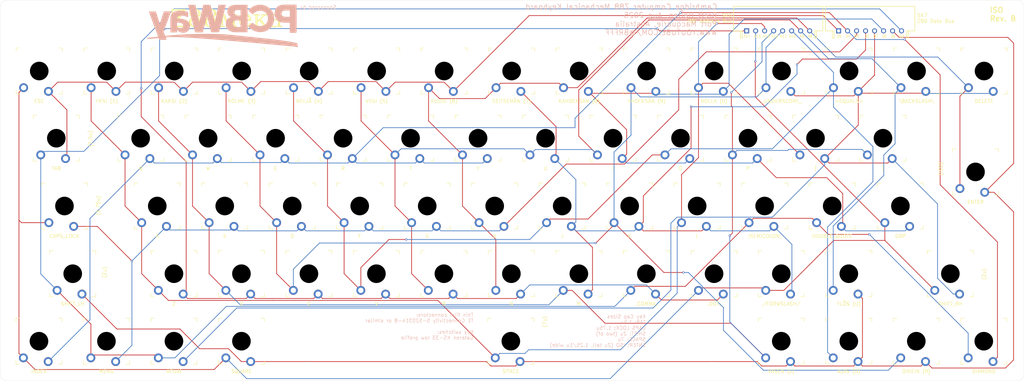
<source format=kicad_pcb>
(kicad_pcb (version 20241229) (generator "pcbnew") (generator_version "9.0")
  (title_block (title "Z88 Mechanical Keyboard (ISO Layout") (date "16-Aug-2025") (rev "B") (company "Brett Hallen") (comment 1 "www.youtube.com/@Brfff"))
  (layers (0 "F.Cu" signal) (2 "B.Cu" signal) (13 "F.Paste" user) (15 "B.Paste" user) (5 "F.SilkS" user "F.Silkscreen") (7 "B.SilkS" user "B.Silkscreen") (1 "F.Mask" user) (3 "B.Mask" user) (25 "Edge.Cuts" user))
  (net 0 "")
  (net 1 "COL4")
  (net 2 "COL5")
  (net 3 "COL1")
  (net 4 "COL7")
  (net 5 "COL2")
  (net 6 "COL6")
  (net 7 "COL0")
  (net 8 "COL3")
  (net 9 "ROW4")
  (net 10 "ROW6")
  (net 11 "ROW5")
  (net 12 "ROW7")
  (net 13 "ROW1")
  (net 14 "ROW0")
  (net 15 "ROW3")
  (net 16 "ROW2")
  (footprint "Clueless_Engineer:SW_Gateron_LowProfile_THT" (layer "F.Cu") (at 198.3531 130.4488)
    (property "Reference" "SW32" (hide yes))
    (property "Value" "Y")
  )
  (footprint "Clueless_Engineer:SW_Gateron_LowProfile_THT" (layer "F.Cu") (at 160.2531 130.4488)
    (property "Reference" "SW30" (hide yes))
    (property "Value" "R")
  )
  (footprint "Clueless_Engineer:SW_Gateron_LowProfile_THT" (layer "F.Cu") (at 150.6794 111.4801)
    (property "Reference" "SW22" (hide yes))
    (property "Value" "NELJÄ (4)")
  )
  (footprint "Clueless_Engineer:SW_Gateron_LowProfile_THT" (layer "F.Cu") (at 164.9465 149.585)
    (property "Reference" "SW38" (hide yes))
    (property "Value" "F")
  )
  (footprint "Clueless_Engineer:SW_Gateron_LowProfile_THT" (layer "F.Cu") (at 264.9794 111.4801)
    (property "Reference" "SW59" (hide yes))
    (property "Value" "NOLLA (0)")
  )
  (footprint "Clueless_Engineer:SW_Gateron_LowProfile_THT" (layer "F.Cu") (at 341.1794 111.4801)
    (property "Reference" "SW8" (hide yes))
    (property "Value" "DELETE")
  )
  (footprint "Clueless_Engineer:SW_Gateron_LowProfile_THT" (layer "F.Cu") (at 207.6076 187.7446)
    (property "Reference" "SW11" (hide yes))
    (property "Value" "SPACE")
  )
  (footprint "Clueless_Engineer:SW_Gateron_LowProfile_THT" (layer "F.Cu") (at 179.3031 130.4488)
    (property "Reference" "SW31" (hide yes))
    (property "Value" "T")
  )
  (footprint "Clueless_Engineer:SW_Gateron_LowProfile_THT" (layer "F.Cu") (at 131.5576 168.6946)
    (property "Reference" "SW44" (hide yes))
    (property "Value" "X")
  )
  (footprint "Clueless_Engineer:SW_Gateron_LowProfile_THT" (layer "F.Cu") (at 131.5576 187.7446)
    (property "Reference" "SW9" (hide yes))
    (property "Value" "SQUARE")
  )
  (footprint "Clueless_Engineer:SW_Gateron_LowProfile_THT" (layer "F.Cu") (at 93.5294 111.4801)
    (property "Reference" "SW19" (hide yes))
    (property "Value" "YKSI (1)")
  )
  (footprint "Clueless_Engineer:SW_Gateron_LowProfile_THT" (layer "F.Cu") (at 74.4076 187.7446)
    (property "Reference" "SW25" (hide yes))
    (property "Value" "INDEX")
  )
  (footprint "Clueless_Engineer:SW_Gateron_LowProfile_THT" (layer "F.Cu") (at 169.7294 111.4801)
    (property "Reference" "SW23" (hide yes))
    (property "Value" "VIISI (5)")
  )
  (footprint "Clueless_Engineer:SW_Gateron_LowProfile_THT" (layer "F.Cu") (at 341.1076 187.7446)
    (property "Reference" "SW26" (hide yes))
    (property "Value" "DIAMOND")
  )
  (footprint "Clueless_Engineer:55203148" (layer "F.Cu") (at 274.167245 100.1357)
    (property "Reference" "SK6" (hide yes))
    (property "Value" "Z80 Address Bus" (hide yes))
  )
  (footprint "Clueless_Engineer:SW_Gateron_LowProfile_THT" (layer "F.Cu") (at 303.0076 168.6946)
    (property "Reference" "SW15" (hide yes))
    (property "Value" "YLÖS (U)")
  )
  (footprint "Clueless_Engineer:SW_Gateron_LowProfile_THT" (layer "F.Cu") (at 317.5716 149.585)
    (property "Reference" "SW57" (hide yes))
    (property "Value" "GBP")
  )
  (footprint "Clueless_Engineer:SW_Gateron_LowProfile_THT" (layer "F.Cu") (at 312.6531 130.4488)
    (property "Reference" "SW4" (hide yes))
    (property "Value" "]")
  )
  (footprint "Clueless_Engineer:SW_Gateron_LowProfile_THT" (layer "F.Cu") (at 188.7076 168.6946)
    (property "Reference" "SW47" (hide yes))
    (property "Value" "B")
  )
  (footprint "Clueless_Engineer:SW_Gateron_LowProfile_THT" (layer "F.Cu") (at 283.9406 187.7446)
    (property "Reference" "SW12" (hide yes))
    (property "Value" "VASEN (L)")
  )
  (footprint "Clueless_Engineer:SW_Gateron_LowProfile_THT" (layer "F.Cu") (at 298.3129 149.585)
    (property "Reference" "SW58" (hide yes))
    (property "Value" "DOUBLE_QUOTE")
  )
  (footprint "Clueless_Engineer:SW_Gateron_LowProfile_THT" (layer "F.Cu") (at 284.0294 111.4801)
    (property "Reference" "SW5" (hide yes))
    (property "Value" "_UNDERSCORE_")
  )
  (footprint "MountingHole:MountingHole_3.2mm_M3" (layer "F.Cu") (at 337.4681 96.9557)
    (property "Reference" "H2" (hide yes))
    (property "Value" "MountingHole" (hide yes))
  )
  (footprint "Clueless_Engineer:SW_Gateron_LowProfile_THT" (layer "F.Cu") (at 226.8076 168.6946)
    (property "Reference" "SW52" (hide yes))
    (property "Value" "M")
  )
  (footprint "Clueless_Engineer:SW_Gateron_LowProfile_THT" (layer "F.Cu") (at 283.9576 168.6946)
    (property "Reference" "SW49" (hide yes))
    (property "Value" "/FORWSLASH/")
  )
  (footprint "Clueless_Engineer:SW_Gateron_LowProfile_THT" (layer "F.Cu") (at 322.0576 187.7446)
    (property "Reference" "SW13" (hide yes))
    (property "Value" "OIKEIN (R)")
  )
  (footprint "Clueless_Engineer:SW_Gateron_LowProfile_THT" (layer "F.Cu") (at 279.2465 149.585)
    (property "Reference" "SW50" (hide yes))
    (property "Value" ";SEMICOLON;")
  )
  (footprint "Clueless_Engineer:SW_Gateron_LowProfile_THT" (layer "F.Cu") (at 131.6294 111.4801)
    (property "Reference" "SW21" (hide yes))
    (property "Value" "KOLME (3)")
  )
  (footprint "Clueless_Engineer:SW_Gateron_LowProfile_THT" (layer "F.Cu") (at 226.8794 111.4801)
    (property "Reference" "SW64" (hide yes))
    (property "Value" "KAHDEKSAN (8)")
  )
  (footprint "Clueless_Engineer:SW_Gateron_LowProfile_THT" (layer "F.Cu") (at 245.8576 168.6946)
    (property "Reference" "SW42" (hide yes))
    (property "Value" ",COMMA,")
  )
  (footprint "Clueless_Engineer:SW_Gateron_LowProfile_THT" (layer "F.Cu") (at 274.5531 130.4488)
    (property "Reference" "SW60" (hide yes))
    (property "Value" "P")
  )
  (footprint "MountingHole:MountingHole_3.2mm_M3" (layer "F.Cu") (at 250.727245 188.9557)
    (property "Reference" "H3" (hide yes))
    (property "Value" "MountingHole" (hide yes))
  )
  (footprint "MountingHole:MountingHole_3.2mm_M3" (layer "F.Cu") (at 170.727245 184.9557)
    (property "Reference" "H4" (hide yes))
    (property "Value" "MountingHole" (hide yes))
  )
  (footprint "Clueless_Engineer:SW_Gateron_LowProfile_THT" (layer "F.Cu") (at 103.1031 130.4488)
    (property "Reference" "SW27" (hide yes))
    (property "Value" "Q")
  )
  (footprint "Clueless_Engineer:55203148" (layer "F.Cu") (at 300.118643 100.1357)
    (property "Reference" "SK7" (hide yes))
    (property "Value" "Z80 Data Bus" (hide yes))
  )
  (footprint "Clueless_Engineer:SW_Gateron_LowProfile_THT" (layer "F.Cu") (at 74.4794 111.4801)
    (property "Reference" "SW17" (hide yes))
    (property "Value" "ESC")
  )
  (footprint "Clueless_Engineer:SW_Gateron_LowProfile_THT" (layer "F.Cu") (at 331.6706 168.6946)
    (property "Reference" "SW1" (hide yes))
    (property "Value" "SHIFT_RH")
  )
  (footprint "Clueless_Engineer:SW_Gateron_LowProfile_THT" (layer "F.Cu") (at 236.4531 130.4488)
    (property "Reference" "SW63" (hide yes))
    (property "Value" "I")
  )
  (footprint "Clueless_Engineer:SW_Gateron_LowProfile_THT" (layer "F.Cu") (at 188.7794 111.4801)
    (property "Reference" "SW24" (hide yes))
    (property "Value" "KUUSI (6)")
  )
  (footprint "Clueless_Engineer:SW_Gateron_LowProfile_THT" (layer "F.Cu") (at 207.8294 111.4801)
    (property "Reference" "SW56" (hide yes))
    (property "Value" "SEITSEMÄN (7)")
  )
  (footprint "Clueless_Engineer:SW_Gateron_LowProfile_THT" (layer "F.Cu") (at 260.1965 149.585)
    (property "Reference" "SW51" (hide yes))
    (property "Value" "L")
  )
  (footprint "Clueless_Engineer:SW_Gateron_LowProfile_THT" (layer "F.Cu") (at 245.9294 111.4801)
    (property "Reference" "SW61" (hide yes))
    (property "Value" "YHDEKSÄN (9)")
  )
  (footprint "MountingHole:MountingHole_3.2mm_M3" (layer "F.Cu") (at 95.4681 96.9557)
    (property "Reference" "H1" (hide yes))
    (property "Value" "MountingHole" (hide yes))
  )
  (footprint "Clueless_Engineer:SW_Gateron_LowProfile_THT" (layer "F.Cu") (at 264.9716 168.6946)
    (property "Reference" "SW41" (hide yes))
    (property "Value" ".DOT.")
  )
  (footprint "Clueless_Engineer:SW_Gateron_LowProfile_THT" (layer "F.Cu") (at 255.5031 130.4488)
    (property "Reference" "SW62" (hide yes))
    (property "Value" "O")
  )
  (footprint "Clueless_Engineer:SW_Gateron_LowProfile_THT" (layer "F.Cu") (at 183.9965 149.585)
    (property "Reference" "SW39" (hide yes))
    (property "Value" "G")
  )
  (footprint "PCM_Mounting_Keyboard_Stabilizer:Stabilizer_Cherry_MX_7.00u" (layer "F.Cu") (at 207.6076 187.7446)
    (property "Reference" "KB11" (hide yes))
    (property "Value" "SPACE" (hide yes))
  )
  (footprint "Clueless_Engineer:SW_Gateron_LowProfile_THT" (layer "F.Cu") (at 141.2031 130.4488)
    (property "Reference" "SW29" (hide yes))
    (property "Value" "E")
  )
  (footprint "Clueless_Engineer:SW_Gateron_LowProfile_THT" (layer "F.Cu") (at 79.3063 130.4488)
    (property "Reference" "SW18" (hide yes))
    (property "Value" "TAB")
  )
  (footprint "Clueless_Engineer:SW_Gateron_LowProfile_THT" (layer "F.Cu") (at 338.7701 139.96)
    (property "Reference" "SW16" (hide yes))
    (property "Value" "ENTER")
  )
  (footprint "Clueless_Engineer:SW_Gateron_LowProfile_THT" (layer "F.Cu") (at 203.0465 149.585)
    (property "Reference" "SW40" (hide yes))
    (property "Value" "H")
  )
  (footprint "Clueless_Engineer:SW_Gateron_LowProfile_THT" (layer "F.Cu") (at 93.4529 187.7446)
    (property "Reference" "SW34" (hide yes))
    (property "Value" "MENU")
  )
  (footprint "Clueless_Engineer:SW_Gateron_LowProfile_THT" (layer "F.Cu") (at 322.1294 111.4801)
    (property "Reference" "SW7" (hide yes))
    (property "Value" "\\BACKSLASH\\")
  )
  (footprint "Clueless_Engineer:SW_Gateron_LowProfile_THT" (layer "F.Cu") (at 81.6027 149.585)
    (property "Reference" "SW33" (hide yes))
    (property "Value" "CAPS_LOCK")
  )
  (footprint "Clueless_Engineer:SW_Gateron_LowProfile_THT" (layer "F.Cu") (at 107.7965 149.585)
    (property "Reference" "SW35" (hide yes))
    (property "Value" "A")
  )
  (footprint "Clueless_Engineer:SW_Gateron_LowProfile_THT" (layer "F.Cu") (at 222.0965 149.585)
    (property "Reference" "SW54" (hide yes))
    (property "Value" "J")
  )
  (footprint "Clueless_Engineer:SW_Gateron_LowProfile_THT" (layer "F.Cu") (at 112.5794 111.4801)
    (property "Reference" "SW20" (hide yes))
    (property "Value" "KAKSI (2)")
  )
  (footprint "Clueless_Engineer:SW_Gateron_LowProfile_THT" (layer "F.Cu") (at 112.5076 187.7446)
    (property "Reference" "SW2" (hide yes))
    (property "Value" "APUA!")
  )
  (footprint "Clueless_Engineer:SW_Gateron_LowProfile_THT" (layer "F.Cu") (at 241.1465 149.585)
    (property "Reference" "SW53" (hide yes))
    (property "Value" "K")
  )
  (footprint "Clueless_Engineer:SW_Gateron_LowProfile_THT" (layer "F.Cu") (at 122.1531 130.4488)
    (property "Reference" "SW28" (hide yes))
    (property "Value" "W")
  )
  (footprint "Clueless_Engineer:SW_Gateron_LowProfile_THT" (layer "F.Cu") (at 112.5076 168.6946)
    (property "Reference" "SW43" (hide yes))
    (property "Value" "Z")
  )
  (footprint "Clueless_Engineer:SW_Gateron_LowProfile_THT" (layer "F.Cu") (at 303.0794 111.4801)
    (property "Reference" "SW6" (hide yes))
    (property "Value" "=EQUALS=")
  )
  (footprint "Clueless_Engineer:SW_Gateron_LowProfile_THT" (layer "F.Cu") (at 83.9306 168.6946)
    (property "Reference" "SW10" (hide yes))
    (property "Value" "SHIFT_LH")
  )
  (footprint "Clueless_Engineer:SW_Gateron_LowProfile_THT" (layer "F.Cu") (at 217.4031 130.4488)
    (property "Reference" "SW55" (hide yes))
    (property "Value" "U")
  )
  (footprint "Clueless_Engineer:SW_Gateron_LowProfile_THT" (layer "F.Cu") (at 207.7576 168.6946)
    (property "Reference" "SW48" (hide yes))
    (property "Value" "N")
  )
  (footprint "Clueless_Engineer:SW_Gateron_LowProfile_THT" (layer "F.Cu") (at 169.6576 168.6946)
    (property "Reference" "SW46" (hide yes))
    (property "Value" "V")
  )
  (footprint "Clueless_Engineer:SW_Gateron_LowProfile_THT" (layer "F.Cu") (at 145.8965 149.585)
    (property "Reference" "SW37" (hide yes))
    (property "Value" "D")
  )
  (footprint "Clueless_Engineer:SW_Gateron_LowProfile_THT" (layer "F.Cu") (at 293.6031 130.4488)
    (property "Reference" "SW3" (hide yes))
    (property "Value" "[")
  )
  (footprint "Clueless_Engineer:SW_Gateron_LowProfile_THT" (layer "F.Cu") (at 150.6076 168.6946)
    (property "Reference" "SW45" (hide yes))
    (property "Value" "C")
  )
  (footprint "Clueless_Engineer:SW_Gateron_LowProfile_THT" (layer "F.Cu") (at 303.0076 187.7446)
    (property "Reference" "SW14" (hide yes))
    (property "Value" "ALAS (D)")
  )
  (footprint "Clueless_Engineer:SW_Gateron_LowProfile_THT" (layer "F.Cu") (at 126.8465 149.585)
    (property "Reference" "SW36" (hide yes))
    (property "Value" "S")
  )
  (gr_poly (pts (xy 146.663647 92.728777) (xy 146.577542 92.728625) (xy 146.294651 92.729106) (xy 146.096793 92.729143) (xy 145.680683 92.729759) (xy 145.152697 92.730289) (xy 144.742987 92.730634) (xy 144.548717 92.730789) (xy 143.901547 92.732188) (xy 143.686965 92.73466) (xy 143.520211 92.739315) (xy 143.382652 92.7469) (xy 143.255657 92.758166) (xy 142.958834 92.794735) (xy 142.879537 92.805045) (xy 142.770495 92.823078) (xy 142.663586 92.846002) (xy 142.558856 92.873746) (xy 142.456352 92.906241) (xy 142.356121 92.943416) (xy 142.258209 92.9852) (xy 142.162664 93.031522) (xy 142.06953 93.082311) (xy 141.978856 93.137498) (xy 141.890688 93.197011) (xy 141.805072 93.26078) (xy 141.722055 93.328734) (xy 141.641685 93.400803) (xy 141.564006 93.476915) (xy 141.489067 93.557001) (xy 141.416913 93.640989) (xy 141.334379 93.759865) (xy 141.260008 93.882023) (xy 141.193582 94.007219) (xy 141.134885 94.135209) (xy 141.0837 94.265752) (xy 141.03981 94.398603) (xy 141.003 94.533521) (xy 140.973051 94.670261) (xy 140.949749 94.808582) (xy 140.932875 94.948239) (xy 140.922214 95.08899) (xy 140.917549 95.230592) (xy 140.918663 95.372802) (xy 140.925339 95.515377) (xy 140.937361 95.658074) (xy 140.954512 95.80065) (xy 140.977554 95.918824) (xy 141.006088 96.034904) (xy 141.040031 96.14875) (xy 141.079294 96.260226) (xy 141.123791 96.369194) (xy 141.173438 96.475515) (xy 141.228146 96.579051) (xy 141.28783 96.679665) (xy 141.352405 96.77722) (xy 141.421782 96.871576) (xy 141.495877 96.962596) (xy 141.574603 97.050142) (xy 141.657873 97.134076) (xy 141.745602 97.21426) (xy 141.837703 97.290557) (xy 141.93409 97.362828) (xy 142.085352 97.452009) (xy 142.239783 97.52951) (xy 142.397124 97.596144) (xy 142.557117 97.652722) (xy 142.719503 97.700059) (xy 142.884024 97.738965) (xy 143.050421 97.770254) (xy 143.218435 97.794738) (xy 143.387808 97.813229) (xy 143.558281 97.826539) (xy 143.729596 97.835482) (xy 143.901494 97.840869) (xy 144.246003 97.844226) (xy 144.589742 97.843109) (xy 144.767057 97.842793) (xy 145.196217 97.841662) (xy 145.195683 97.942223) (xy 145.192104 98.880079) (xy 145.190229 99.362247) (xy 145.188686 99.827499) (xy 145.187824 100.005069) (xy 145.187285 100.129347) (xy 145.187206 100.253628) (xy 145.186341 100.327908) (xy 145.186872 100.373948) (xy 145.187535 100.395799) (xy 145.188614 100.416974) (xy 145.190224 100.437548) (xy 145.192479 100.4576) (xy 145.195493 100.477205) (xy 145.19938 100.496441) (xy 145.204254 100.515384) (xy 145.21023 100.534111) (xy 145.21742 100.5527) (xy 145.22594 100.571226) (xy 145.235903 100.589767) (xy 145.247423 100.608399) (xy 145.260615 100.6272) (xy 145.275592 100.646246) (xy 145.303595 100.659994) (xy 145.332206 100.671615) (xy 145.361366 100.681276) (xy 145.391012 100.68915) (xy 145.421084 100.695406) (xy 145.451522 100.700215) (xy 145.482264 100.703747) (xy 145.513249 100.706173) (xy 145.544417 100.707662) (xy 145.575706 100.708386) (xy 145.638407 100.708218) (xy 145.762591 100.70619) (xy 145.858647 100.706344) (xy 146.05933 100.706061) (xy 146.212699 100.705996) (xy 146.366068 100.706397) (xy 146.561301 100.70619) (xy 146.653767 100.706515) (xy 146.7482 100.705851) (xy 146.820497 100.704637) (xy 146.849788 100.703602) (xy 146.875279 100.702166) (xy 146.897547 100.700239) (xy 146.917171 100.697733) (xy 146.934727 100.694559) (xy 146.950795 100.69063) (xy 146.965952 100.685857) (xy 146.980776 100.680152) (xy 146.995845 100.673427) (xy 147.011736 100.665593) (xy 147.0483 100.646246) (xy 147.058277 100.634309) (xy 147.067516 100.622236) (xy 147.076046 100.610028) (xy 147.083894 100.597688) (xy 147.091086 100.585219) (xy 147.097651 100.572625) (xy 147.103616 100.559908) (xy 147.109008 100.547071) (xy 147.118183 100.521049) (xy 147.125395 100.494583) (xy 147.130863 100.467696) (xy 147.134807 100.440411) (xy 147.137445 100.412753) (xy 147.138996 100.384745) (xy 147.13968 100.35641) (xy 147.139716 100.327772) (xy 147.137754 100.210655) (xy 147.13813 100.11663) (xy 147.138281 99.987594) (xy 147.138051 99.858558) (xy 147.138367 99.58012) (xy 147.138414 99.034779) (xy 147.138297 98.591598) (xy 147.138333 98.527906) (xy 147.138411 98.399812) (xy 147.13795 97.198446) (xy 147.138023 96.174787) (xy 145.222675 96.174787) (xy 144.816452 96.179716) (xy 144.669488 96.18029) (xy 144.538589 96.179292) (xy 144.407728 96.176491) (xy 144.260878 96.171655) (xy 143.85511 96.154944) (xy 143.78266 96.149996) (xy 143.734117 96.144875) (xy 143.685744 96.138299) (xy 143.637637 96.130203) (xy 143.589889 96.120521) (xy 143.542597 96.10919) (xy 143.495854 96.096146) (xy 143.449756 96.081324) (xy 143.404398 96.064659) (xy 143.359875 96.046088) (xy 143.316281 96.025545) (xy 143.273711 96.002967) (xy 143.232261 95.978289) (xy 143.192024 95.951446) (xy 143.153097 95.922375) (xy 143.115574 95.89101) (xy 143.07955 95.857288) (xy 143.04677 95.813021) (xy 143.017657 95.768627) (xy 142.992031 95.724025) (xy 142.969714 95.679139) (xy 142.950523 95.633891) (xy 142.934281 95.588203) (xy 142.920805 95.541997) (xy 142.909917 95.495195) (xy 142.901435 95.44772) (xy 142.895181 95.399493) (xy 142.890974 95.350438) (xy 142.888634 95.300475) (xy 142.887981 95.249527) (xy 142.888835 95.197516) (xy 142.891015 95.144365) (xy 142.894342 95.089996) (xy 142.904308 95.048309) (xy 142.916353 95.007858) (xy 142.930408 94.968623) (xy 142.946404 94.930586) (xy 142.964272 94.893728) (xy 142.983945 94.858031) (xy 143.005352 94.823476) (xy 143.028426 94.790045) (xy 143.053097 94.75772) (xy 143.079298 94.726481) (xy 143.106958 94.69631) (xy 143.13601 94.667189) (xy 143.166385 94.639099) (xy 143.198014 94.612021) (xy 143.230828 94.585937) (xy 143.264759 94.560829) (xy 143.29475 94.544726) (xy 143.324573 94.529819) (xy 143.354287 94.516063) (xy 143.383953 94.503416) (xy 143.413629 94.491833) (xy 143.443376 94.48127) (xy 143.473254 94.471683) (xy 143.503321 94.46303) (xy 143.533638 94.455266) (xy 143.564263 94.448347) (xy 143.595258 94.442229) (xy 143.626682 94.436869) (xy 143.658594 94.432223) (xy 143.691053 94.428247) (xy 143.724121 94.424897) (xy 143.757855 94.42213) (xy 143.830142 94.416078) (xy 143.934076 94.409183) (xy 144.038004 94.404137) (xy 144.141938 94.400692) (xy 144.245889 94.398599) (xy 144.453888 94.397473) (xy 144.662089 94.398772) (xy 145.196217 94.402079) (xy 145.222675 96.174787) (xy 147.138023 96.174787) (xy 147.138023 96.167437) (xy 147.138371 94.970392) (xy 147.138297 94.842767) (xy 147.13826 94.779338) (xy 147.138494 94.336649) (xy 147.138233 93.797221) (xy 147.138205 93.521955) (xy 147.13821 93.372833) (xy 147.137754 93.223711) (xy 147.138291 93.135619) (xy 147.137477 93.05286) (xy 147.135791 92.98948) (xy 147.134292 92.963785) (xy 147.132178 92.941407) (xy 147.12932 92.921838) (xy 147.125584 92.904569) (xy 147.120839 92.889091) (xy 147.114954 92.874894) (xy 147.107795 92.86147) (xy 147.099232 92.848309) (xy 147.089133 92.834903) (xy 147.077366 92.820742) (xy 147.0483 92.788121) (xy 147.034169 92.778863) (xy 147.020321 92.770598) (xy 147.00669 92.763273) (xy 146.993212 92.756832) (xy 146.97982 92.751221) (xy 146.966449 92.746385) (xy 146.953034 92.74227) (xy 146.939509 92.738822) (xy 146.925809 92.735985) (xy 146.911868 92.733705) (xy 146.897621 92.731927) (xy 146.883003 92.730597) (xy 146.867948 92.72966) (xy 146.85239 92.729062) (xy 146.819504 92.728663) (xy 146.744938 92.728326)) (stroke (width -0.000001)) (fill yes) (layer "B.SilkS"))
  (gr_poly (pts (xy 109.771021 94.656105) (xy 109.759741 94.658467) (xy 109.749839 94.660752) (xy 109.741124 94.663057) (xy 109.73341 94.665482) (xy 109.726506 94.668124) (xy 109.720225 94.671082) (xy 109.714378 94.674455) (xy 109.708778 94.67834) (xy 109.703234 94.682836) (xy 109.697559 94.688042) (xy 109.691564 94.694055) (xy 109.68506 94.700976) (xy 109.669775 94.717928) (xy 109.652984 94.759222) (xy 109.636738 94.800627) (xy 109.62099 94.842154) (xy 109.60569 94.883816) (xy 109.576237 94.967593) (xy 109.547988 95.052052) (xy 109.522396 95.128914) (xy 109.439126 95.380831) (xy 109.380477 95.55741) (xy 109.226095 96.023605) (xy 108.980486 96.764542) (xy 108.895739 97.020684) (xy 108.841985 97.182981) (xy 108.815929 97.261647) (xy 108.74693 97.46631) (xy 108.676202 97.670382) (xy 108.646371 97.755231) (xy 108.5893 97.915743) (xy 108.563723 97.988056) (xy 108.54099 98.05161) (xy 108.535702 98.069799) (xy 108.533562 98.077463) (xy 108.531728 98.084436) (xy 108.530175 98.090914) (xy 108.52888 98.097092) (xy 108.52782 98.103168) (xy 108.526971 98.109338) (xy 108.52631 98.115797) (xy 108.525814 98.122743) (xy 108.525458 98.130371) (xy 108.525219 98.138878) (xy 108.525 98.159314) (xy 108.524969 98.185621) (xy 108.472051 98.185621) (xy 108.464611 98.141023) (xy 108.449527 98.064636) (xy 108.432414 97.989016) (xy 108.413529 97.914018) (xy 108.39313 97.839497) (xy 108.371473 97.765308) (xy 108.348814 97.691306) (xy 108.301519 97.543283) (xy 108.266027 97.432565) (xy 108.190484 97.197695) (xy 108.012731 96.644067) (xy 107.952822 96.457278) (xy 107.770702 95.884761) (xy 107.590658 95.311584) (xy 107.563433 95.224543) (xy 107.466396 94.914143) (xy 107.446346 94.849946) (xy 107.429055 94.794525) (xy 107.418814 94.762493) (xy 107.408404 94.730514) (xy 107.387261 94.666663) (xy 105.455804 94.666663) (xy 105.468894 94.729773) (xy 105.475657 94.759725) (xy 105.482821 94.789058) (xy 105.490578 94.81811) (xy 105.49912 94.847217) (xy 105.508639 94.876719) (xy 105.519326 94.906951) (xy 105.542333 94.969733) (xy 105.567629 95.037802) (xy 105.594503 95.110826) (xy 105.684005 95.352925) (xy 105.747839 95.52597) (xy 105.958511 96.095412) (xy 105.995208 96.194483) (xy 106.434615 97.379071) (xy 106.836596 98.463433) (xy 106.901568 98.638875) (xy 107.16372 99.346932) (xy 107.84035 101.172484) (xy 107.896114 101.322667) (xy 107.972134 101.527225) (xy 107.994686 101.588049) (xy 108.024634 101.668134) (xy 108.034793 101.694661) (xy 108.043 101.715237) (xy 108.050199 101.732158) (xy 108.057333 101.747721) (xy 108.075176 101.783954) (xy 108.143798 101.786642) (xy 108.212346 101.787555) (xy 108.280823 101.786826) (xy 108.349231 101.784587) (xy 108.485851 101.776115) (xy 108.622224 101.763203) (xy 108.758372 101.746916) (xy 108.894313 101.728319) (xy 109.165652 101.688456) (xy 109.263984 101.675387) (xy 109.36226 101.664232) (xy 109.460532 101.654772) (xy 109.558855 101.646788) (xy 109.755865 101.634365) (xy 109.953719 101.625204) (xy 109.958268 101.612178) (xy 109.962169 101.599345) (xy 109.965446 101.586695) (xy 109.968119 101.574216) (xy 109.970212 101.561898) (xy 109.971746 101.549731) (xy 109.972744 101.537702) (xy 109.973228 101.525803) (xy 109.972742 101.502349) (xy 109.970466 101.479281) (xy 109.966577 101.456515) (xy 109.961253 101.433965) (xy 109.954671 101.411545) (xy 109.947009 101.38917) (xy 109.938445 101.366754) (xy 109.929155 101.344212) (xy 109.888296 101.251067) (xy 109.829436 101.107303) (xy 109.782501 100.994714) (xy 109.735174 100.882291) (xy 109.689862 100.773293) (xy 109.645211 100.664022) (xy 109.616073 100.597099) (xy 109.604759 100.567688) (xy 109.59499 100.539414) (xy 109.586747 100.512112) (xy 109.580011 100.485616) (xy 109.574762 100.459759) (xy 109.570983 100.434375) (xy 109.568653 100.409299) (xy 109.567753 100.384363) (xy 109.568265 100.359401) (xy 109.570169 100.334248) (xy 109.573446 100.308737) (xy 109.578078 100.282702) (xy 109.584044 100.255976) (xy 109.591326 100.228394) (xy 109.599905 100.19979) (xy 109.609762 100.169996) (xy 109.628545 100.11384) (xy 109.644198 100.070349) (xy 109.660317 100.027074) (xy 109.676808 99.983937) (xy 109.693578 99.940862) (xy 109.718502 99.876007) (xy 109.771877 99.737912) (xy 109.887347 99.438226) (xy 109.946993 99.283094) (xy 110.081856 98.928986) (xy 110.214996 98.574227) (xy 110.312868 98.312745) (xy 110.339492 98.241652) (xy 110.69851 97.287299) (xy 110.832482 96.931623) (xy 111.260427 95.800151) (xy 111.390456 95.458115) (xy 111.460232 95.275402) (xy 111.55548 95.0254) (xy 111.583935 94.951678) (xy 111.609393 94.884265) (xy 111.631591 94.826174) (xy 111.636694 94.808249) (xy 111.638759 94.80059) (xy 111.640529 94.793488) (xy 111.642027 94.786709) (xy 111.643277 94.78002) (xy 111.6443 94.773187) (xy 111.645119 94.765976) (xy 111.645757 94.758155) (xy 111.646236 94.749488) (xy 111.646579 94.739743) (xy 111.64681 94.728686) (xy 111.647021 94.701701) (xy 111.647051 94.666663) (xy 111.271368 94.662627) (xy 110.895675 94.659808) (xy 110.72123 94.658548) (xy 110.546789 94.656683) (xy 110.3785 94.654987) (xy 110.210204 94.654111) (xy 110.145943 94.653569) (xy 110.081686 94.652675) (xy 110.036737 94.652101) (xy 109.991798 94.651777) (xy 109.901907 94.651644) (xy 109.798464 94.650754)) (stroke (width -0.000001)) (fill yes) (layer "B.SilkS"))
  (gr_poly (pts (xy 133.18394 92.780294) (xy 133.167504 92.78114) (xy 133.133046 92.783384) (xy 133.115261 92.784233) (xy 133.097265 92.784535) (xy 133.024616 92.784697) (xy 132.948435 92.784557) (xy 132.696412 92.784607) (xy 132.519692 92.78453) (xy 132.146593 92.784672) (xy 131.676691 92.78458) (xy 130.636135 92.785837) (xy 130.351616 92.790652) (xy 130.016782 92.800213) (xy 129.962322 92.801834) (xy 129.701022 92.813619) (xy 129.57011 92.823122) (xy 129.439497 92.835738) (xy 129.309538 92.852) (xy 129.180588 92.872436) (xy 129.053003 92.897577) (xy 128.927138 92.927954) (xy 128.803348 92.964098) (xy 128.681988 93.006539) (xy 128.563413 93.055807) (xy 128.44798 93.112432) (xy 128.336043 93.176946) (xy 128.227957 93.249878) (xy 128.124077 93.33176) (xy 128.02476 93.423121) (xy 127.960683 93.495801) (xy 127.9021 93.569968) (xy 127.848855 93.645628) (xy 127.800792 93.722793) (xy 127.757753 93.801469) (xy 127.719583 93.881666) (xy 127.686124 93.963393) (xy 127.657222 94.046659) (xy 127.632719 94.131471) (xy 127.612459 94.217839) (xy 127.596286 94.305773) (xy 127.584043 94.395279) (xy 127.575574 94.486368) (xy 127.570723 94.579047) (xy 127.569333 94.673327) (xy 127.571247 94.769214) (xy 127.578877 94.855323) (xy 127.590293 94.940509) (xy 127.60547 95.024664) (xy 127.624383 95.107678) (xy 127.647006 95.189441) (xy 127.673314 95.269843) (xy 127.703284 95.348775) (xy 127.736888 95.426128) (xy 127.774103 95.50179) (xy 127.814903 95.575653) (xy 127.859263 95.647607) (xy 127.907159 95.717543) (xy 127.958564 95.78535) (xy 128.013455 95.850919) (xy 128.071805 95.91414) (xy 128.13359 95.974903) (xy 128.186569 96.017367) (xy 128.24051 96.058364) (xy 128.295341 96.09802) (xy 128.350993 96.136461) (xy 128.407393 96.173816) (xy 128.464472 96.210209) (xy 128.52216 96.245769) (xy 128.580384 96.280621) (xy 128.50566 96.303048) (xy 128.416614 96.33187) (xy 128.327898 96.363216) (xy 128.23985 96.397241) (xy 128.15281 96.434098) (xy 128.067117 96.473944) (xy 127.98311 96.516933) (xy 127.901128 96.563219) (xy 127.821511 96.612958) (xy 127.744597 96.666305) (xy 127.670725 96.723414) (xy 127.600235 96.78444) (xy 127.533467 96.849538) (xy 127.470758 96.918862) (xy 127.412449 96.992569) (xy 127.358878 97.070812) (xy 127.310384 97.153746) (xy 127.281855 97.225367) (xy 127.257518 97.298383) (xy 127.237044 97.372638) (xy 127.220108 97.447977) (xy 127.20638 97.524245) (xy 127.195533 97.601286) (xy 127.18724 97.678945) (xy 127.181172 97.757067) (xy 127.174402 97.914078) (xy 127.172603 98.071076) (xy 127.173429 98.380067) (xy 127.172581 98.492887) (xy 127.173527 98.586366) (xy 127.178112 98.676709) (xy 127.18641 98.76413) (xy 127.198496 98.848844) (xy 127.214444 98.931065) (xy 127.234329 99.011006) (xy 127.258225 99.088882) (xy 127.286207 99.164907) (xy 127.31835 99.239295) (xy 127.354728 99.312261) (xy 127.395416 99.384018) (xy 127.440488 99.45478) (xy 127.490019 99.524762) (xy 127.544084 99.594178) (xy 127.602757 99.663241) (xy 127.666113 99.732167) (xy 127.781769 99.840132) (xy 127.902481 99.939238) (xy 128.027904 100.029746) (xy 128.157698 100.11192) (xy 128.291518 100.186023) (xy 128.429024 100.252318) (xy 128.569872 100.311068) (xy 128.713721 100.362536) (xy 128.860227 100.406985) (xy 129.009048 100.444679) (xy 129.159843 100.47588) (xy 129.312267 100.500852) (xy 129.46598 100.519857) (xy 129.620638 100.533159) (xy 129.7759 100.54102) (xy 129.931422 100.543704) (xy 130.030961 100.543416) (xy 130.138226 100.543428) (xy 130.426636 100.543095) (xy 130.729079 100.542883) (xy 131.300556 100.542318) (xy 131.951687 100.541743) (xy 133.289968 100.540412) (xy 133.291317 97.589087) (xy 133.291421 97.241034) (xy 133.291431 97.206662) (xy 131.305593 97.206662) (xy 131.305593 99.085204) (xy 130.690437 99.076936) (xy 130.498278 99.07494) (xy 130.344411 99.072285) (xy 130.266238 99.071784) (xy 130.20561 99.069693) (xy 130.144717 99.065838) (xy 130.083709 99.060133) (xy 130.022738 99.052493) (xy 129.961956 99.042831) (xy 129.901514 99.031061) (xy 129.841563 99.017097) (xy 129.782255 99.000852) (xy 129.723742 98.98224) (xy 129.666175 98.961176) (xy 129.609705 98.937572) (xy 129.554485 98.911344) (xy 129.500665 98.882404) (xy 129.448397 98.850666) (xy 129.397833 98.816044) (xy 129.349123 98.778453) (xy 129.333617 98.761463) (xy 129.318947 98.744437) (xy 129.304995 98.727265) (xy 129.291643 98.709838) (xy 129.27877 98.692049) (xy 129.266259 98.673787) (xy 129.25399 98.654945) (xy 129.241843 98.635413) (xy 129.208976 98.582496) (xy 129.195522 98.554228) (xy 129.18359 98.526) (xy 129.173088 98.497781) (xy 129.163924 98.469541) (xy 129.156003 98.441248) (xy 129.149234 98.412872) (xy 129.143523 98.384382) (xy 129.138778 98.355749) (xy 129.134906 98.326941) (xy 129.131813 98.297927) (xy 129.129407 98.268678) (xy 129.127596 98.239162) (xy 129.125383 98.179208) (xy 129.124433 98.117821) (xy 129.12362 98.054388) (xy 129.124777 98.01433) (xy 129.127113 97.974786) (xy 129.130706 97.935776) (xy 129.135632 97.897319) (xy 129.141969 97.859435) (xy 129.149794 97.822144) (xy 129.159183 97.785466) (xy 129.170214 97.749419) (xy 129.182963 97.714023) (xy 129.197508 97.679298) (xy 129.213926 97.645263) (xy 129.232293 97.611938) (xy 129.252687 97.579343) (xy 129.275184 97.547496) (xy 129.299862 97.516418) (xy 129.326798 97.486129) (xy 129.364893 97.454547) (xy 129.404061 97.425314) (xy 129.44425 97.398343) (xy 129.485407 97.373545) (xy 129.527477 97.350833) (xy 129.570409 97.330119) (xy 129.658642 97.294334) (xy 129.749679 97.265485) (xy 129.843096 97.242871) (xy 129.938467 97.225789) (xy 130.035365 97.213536) (xy 130.133366 97.205409) (xy 130.232042 97.200705) (xy 130.330969 97.198721) (xy 130.429721 97.198755) (xy 130.81446 97.205009) (xy 131.305593 97.206662) (xy 133.291431 97.206662) (xy 133.291442 97.17104) (xy 133.292008 96.047522) (xy 133.292455 94.895572) (xy 133.292779 94.269788) (xy 131.305593 94.269788) (xy 131.305593 95.830829) (xy 130.837611 95.837444) (xy 130.692226 95.840363) (xy 130.576993 95.840442) (xy 130.461794 95.83666) (xy 130.4045 95.832687) (xy 130.347567 95.826987) (xy 130.291113 95.819306) (xy 130.235254 95.809391) (xy 130.180108 95.796988) (xy 130.125794 95.781842) (xy 130.072427 95.7637) (xy 130.020126 95.742309) (xy 129.969007 95.717413) (xy 129.91919 95.688759) (xy 129.87079 95.656093) (xy 129.823927 95.619162) (xy 129.793807 95.587569) (xy 129.766398 95.555765) (xy 129.741579 95.523668) (xy 129.719227 95.491195) (xy 129.69922 95.458263) (xy 129.681436 95.424789) (xy 129.665753 95.390691) (xy 129.652049 95.355885) (xy 129.640203 95.320289) (xy 129.630091 95.28382) (xy 129.621593 95.246396) (xy 129.614586 95.207933) (xy 129.608949 95.168349) (xy 129.604558 95.127561) (xy 129.601293 95.085485) (xy 129.59903 95.04204) (xy 129.600538 95.003109) (xy 129.603147 94.964732) (xy 129.606912 94.926904) (xy 129.61189 94.889618) (xy 129.618134 94.852869) (xy 129.625701 94.816649) (xy 129.634644 94.780952) (xy 129.64502 94.745772) (xy 129.656884 94.711103) (xy 129.670289 94.676938) (xy 129.685293 94.64327) (xy 129.701949 94.610094) (xy 129.720312 94.577404) (xy 129.740439 94.545191) (xy 129.762384 94.513452) (xy 129.786202 94.482178) (xy 129.813177 94.457949) (xy 129.841039 94.435532) (xy 129.869744 94.414858) (xy 129.899248 94.395859) (xy 129.929507 94.378467) (xy 129.960476 94.362614) (xy 129.992113 94.348233) (xy 130.024372 94.335256) (xy 130.09058 94.313239) (xy 130.15875 94.29602) (xy 130.228528 94.283056) (xy 130.299562 94.273803) (xy 130.371498 94.267717) (xy 130.443983 94.264255) (xy 130.516666 94.262873) (xy 130.589193 94.263027) (xy 130.870684 94.268134) (xy 131.305593 94.269788) (xy 133.292779 94.269788) (xy 133.292823 94.18417) (xy 133.292969 93.697016) (xy 133.293122 93.415523) (xy 133.29315 93.111064) (xy 133.293383 93.020204) (xy 133.293223 92.938492) (xy 133.293253 92.867404) (xy 133.292323 92.856854) (xy 133.290909 92.847161) (xy 133.289026 92.838289) (xy 133.28669 92.830204) (xy 133.283914 92.822872) (xy 133.280714 92.816259) (xy 133.277105 92.810331) (xy 133.273101 92.805053) (xy 133.268717 92.800392) (xy 133.263969 92.796312) (xy 133.258871 92.79278) (xy 133.253438 92.789762) (xy 133.247684 92.787223) (xy 133.241625 92.785129) (xy 133.235275 92.783446) (xy 133.22865 92.782139) (xy 133.221764 92.781175) (xy 133.214632 92.78052) (xy 133.207268 92.780138) (xy 133.199689 92.779996)) (stroke (width -0.000001)) (fill yes) (layer "B.SilkS"))
  (gr_rect (start 118.526217 100.434579) (end 120.616427 100.540412) (stroke (width -0.000001)) (fill yes) (layer "B.SilkS"))
  (gr_poly (pts (xy 127.495592 101.175412) (xy 127.522051 101.228329) (xy 127.416218 101.254787) (xy 127.786634 101.254787) (xy 127.760177 101.201871) (xy 127.713964 101.19465) (xy 127.667688 101.187831) (xy 127.621354 101.181418) (xy 127.574967 101.175412) (xy 127.54851 101.148954)) (stroke (width -0.000001)) (fill yes) (layer "B.SilkS"))
  (gr_poly (pts (xy 122.653719 99.111662) (xy 122.706634 99.323329) (xy 122.724084 99.297022) (xy 122.731113 99.286169) (xy 122.737097 99.276588) (xy 122.742103 99.268081) (xy 122.746196 99.260455) (xy 122.749441 99.253511) (xy 122.751903 99.247054) (xy 122.753649 99.240888) (xy 122.754742 99.234817) (xy 122.75525 99.228643) (xy 122.755237 99.222172) (xy 122.754768 99.215207) (xy 122.753909 99.207551) (xy 122.751284 99.189384) (xy 122.740354 99.15892) (xy 122.736138 99.147845) (xy 122.732059 99.137914) (xy 122.727592 99.127905) (xy 122.722214 99.116597) (xy 122.706634 99.085204)) (stroke (width -0.000001)) (fill yes) (layer "B.SilkS"))
  (gr_poly (pts (xy 109.958668 101.963872) (xy 109.852264 101.967467) (xy 109.746125 101.972826) (xy 109.640158 101.97974) (xy 109.534273 101.988001) (xy 109.428378 101.997399) (xy 109.216192 102.018771) (xy 109.080077 102.032724) (xy 108.656796 102.078486) (xy 108.233929 102.127912) (xy 108.237159 102.164781) (xy 108.241546 102.200041) (xy 108.247032 102.23393) (xy 108.253561 102.266684) (xy 108.261077 102.298537) (xy 108.269523 102.329727) (xy 108.278842 102.36049) (xy 108.288978 102.391062) (xy 108.311474 102.452575) (xy 108.336557 102.516157) (xy 108.392678 102.657079) (xy 110.403512 102.657079) (xy 110.390697 102.582564) (xy 110.384116 102.548196) (xy 110.376965 102.514929) (xy 110.3689 102.482146) (xy 110.359582 102.449226) (xy 110.348667 102.415553) (xy 110.335815 102.380507) (xy 110.311474 102.317668) (xy 110.286102 102.253589) (xy 110.261037 102.188271) (xy 110.232961 102.117098) (xy 110.221173 102.088262) (xy 110.210505 102.063485) (xy 110.200668 102.042436) (xy 110.191377 102.024784) (xy 110.182344 102.010198) (xy 110.173285 101.998346) (xy 110.168655 101.993342) (xy 110.163911 101.988898) (xy 110.159016 101.984972) (xy 110.153936 101.981523) (xy 110.148634 101.978508) (xy 110.143074 101.975888) (xy 110.131039 101.971664) (xy 110.117543 101.96852) (xy 110.1023 101.966123) (xy 110.065429 101.96225)) (stroke (width -0.000001)) (fill yes) (layer "B.SilkS"))
  (gr_poly (pts (xy 113.049343 101.334162) (xy 112.890594 101.334162) (xy 112.864135 101.387079) (xy 113.128719 101.387079) (xy 113.075802 101.281245)) (stroke (width -0.000001)) (fill yes) (layer "B.SilkS"))
  (gr_poly (pts (xy 134.454134 101.783954) (xy 134.718717 101.810412) (xy 134.745176 101.731037) (xy 134.480593 101.704579)) (stroke (width -0.000001)) (fill yes) (layer "B.SilkS"))
  (gr_poly (pts (xy 109.771021 94.656105) (xy 109.759741 94.658467) (xy 109.749839 94.660752) (xy 109.741124 94.663057) (xy 109.73341 94.665482) (xy 109.726506 94.668124) (xy 109.720225 94.671082) (xy 109.714378 94.674455) (xy 109.708778 94.67834) (xy 109.703234 94.682836) (xy 109.697559 94.688042) (xy 109.691564 94.694055) (xy 109.68506 94.700976) (xy 109.669775 94.717928) (xy 109.652984 94.759222) (xy 109.636738 94.800627) (xy 109.62099 94.842154) (xy 109.60569 94.883816) (xy 109.576237 94.967593) (xy 109.547988 95.052052) (xy 109.522396 95.128914) (xy 109.439126 95.380831) (xy 109.380477 95.55741) (xy 109.226095 96.023605) (xy 108.980486 96.764542) (xy 108.895739 97.020684) (xy 108.841985 97.182981) (xy 108.815929 97.261647) (xy 108.74693 97.46631) (xy 108.676202 97.670382) (xy 108.646371 97.755231) (xy 108.5893 97.915743) (xy 108.563723 97.988056) (xy 108.54099 98.05161) (xy 108.535702 98.069799) (xy 108.533562 98.077463) (xy 108.531728 98.084436) (xy 108.530175 98.090914) (xy 108.52888 98.097092) (xy 108.52782 98.103168) (xy 108.526971 98.109338) (xy 108.52631 98.115797) (xy 108.525814 98.122743) (xy 108.525458 98.130371) (xy 108.525219 98.138878) (xy 108.525 98.159314) (xy 108.524969 98.185621) (xy 108.472051 98.185621) (xy 108.464611 98.141023) (xy 108.449527 98.064636) (xy 108.432414 97.989016) (xy 108.413529 97.914018) (xy 108.39313 97.839497) (xy 108.371473 97.765308) (xy 108.348814 97.691306) (xy 108.301519 97.543283) (xy 108.266027 97.432565) (xy 108.190484 97.197695) (xy 108.012731 96.644067) (xy 107.952822 96.457278) (xy 107.770702 95.884761) (xy 107.590658 95.311584) (xy 107.563433 95.224543) (xy 107.466396 94.914143) (xy 107.446346 94.849946) (xy 107.429055 94.794525) (xy 107.418814 94.762493) (xy 107.408404 94.730514) (xy 107.387261 94.666663) (xy 105.455804 94.666663) (xy 105.468894 94.729773) (xy 105.475657 94.759725) (xy 105.482821 94.789058) (xy 105.490578 94.81811) (xy 105.49912 94.847217) (xy 105.508639 94.876719) (xy 105.519326 94.906951) (xy 105.542333 94.969733) (xy 105.567629 95.037802) (xy 105.594503 95.110826) (xy 105.684005 95.352925) (xy 105.747839 95.52597) (xy 105.958511 96.095412) (xy 105.995208 96.194483) (xy 106.434615 97.379071) (xy 106.836596 98.463433) (xy 106.901568 98.638875) (xy 107.197787 99.438958) (xy 107.33384 99.806456) (xy 107.400497 99.986508) (xy 107.752715 100.935014) (xy 107.783141 101.016614) (xy 107.925133 101.396917) (xy 107.974718 101.529809) (xy 107.997683 101.591047) (xy 108.009449 101.617993) (xy 108.018481 101.639283) (xy 108.022157 101.648417) (xy 108.025375 101.656869) (xy 108.028207 101.664882) (xy 108.030729 101.672701) (xy 108.033016 101.680568) (xy 108.035143 101.688728) (xy 108.037184 101.697425) (xy 108.039213 101.706903) (xy 108.043539 101.729175) (xy 108.048717 101.757495) (xy 107.019146 101.878944) (xy 106.540923 101.935353) (xy 106.07824 101.989907) (xy 105.902917 102.010601) (xy 105.375318 102.071327) (xy 104.847262 102.127912) (xy 104.849096 102.14095) (xy 104.851101 102.153131) (xy 104.85332 102.164546) (xy 104.855797 102.175288) (xy 104.858575 102.185449) (xy 104.861697 102.195122) (xy 104.865207 102.2044) (xy 104.869149 102.213373) (xy 104.873565 102.222136) (xy 104.878499 102.23078) (xy 104.883994 102.239397) (xy 104.890094 102.24808) (xy 104.896843 102.256921) (xy 104.904282 102.266013) (xy 104.912457 102.275448) (xy 104.92141 102.285318) (xy 104.944633 102.301792) (xy 104.967781 102.317002) (xy 104.990866 102.33099) (xy 105.013903 102.343799) (xy 105.036904 102.355471) (xy 105.059883 102.366051) (xy 105.105826 102.384105) (xy 105.151838 102.398302) (xy 105.198024 102.408988) (xy 105.24449 102.416506) (xy 105.291342 102.421201) (xy 105.338684 102.423416) (xy 105.386622 102.423495) (xy 105.435263 102.421783) (xy 105.484711 102.418623) (xy 105.586451 102.409336) (xy 105.692687 102.398386) (xy 105.847231 102.385516) (xy 106.050232 102.367774) (xy 106.25313 102.3489) (xy 106.456667 102.330685) (xy 106.660278 102.313275) (xy 107.004586 102.283095) (xy 107.348794 102.251773) (xy 107.55162 102.233479) (xy 107.754525 102.216059) (xy 107.84233 102.208723) (xy 107.992864 102.1965) (xy 108.024292 102.193763) (xy 108.05496 102.190733) (xy 108.085063 102.187193) (xy 108.114796 102.182931) (xy 108.144354 102.177732) (xy 108.173932 102.171382) (xy 108.18879 102.167708) (xy 108.203725 102.163666) (xy 108.218764 102.159229) (xy 108.233929 102.15437) (xy 108.260384 102.31312) (xy 108.392678 102.657079) (xy 110.403512 102.657079) (xy 110.390515 102.581762) (xy 110.383841 102.547315) (xy 110.376558 102.514088) (xy 110.368296 102.48139) (xy 110.358688 102.448533) (xy 110.347363 102.414825) (xy 110.340942 102.397436) (xy 110.333953 102.379576) (xy 110.308892 102.316376) (xy 110.282793 102.251936) (xy 110.231429 102.123261) (xy 110.208425 102.066282) (xy 110.202444 102.052867) (xy 110.197968 102.042417) (xy 110.196233 102.038045) (xy 110.194803 102.034104) (xy 110.193651 102.030491) (xy 110.192755 102.027101) (xy 110.192089 102.023832) (xy 110.191629 102.020579) (xy 110.191352 102.01724) (xy 110.191232 102.013711) (xy 110.191246 102.009888) (xy 110.191369 102.005667) (xy 110.191845 101.995621) (xy 111.099979 101.927665) (xy 111.662061 101.905823) (xy 112.353785 101.898179) (xy 113.218374 101.909317) (xy 114.299052 101.943818) (xy 115.639042 102.006263) (xy 117.281568 102.101235) (xy 119.269854 102.233316) (xy 121.647122 102.407088) (xy 124.456597 102.627132) (xy 127.741501 102.89803) (xy 131.545059 103.224365) (xy 135.910495 103.610718) (xy 140.881031 104.061671) (xy 146.499891 104.581805) (xy 146.622247 104.605298) (xy 146.960302 104.670995) (xy 147.111197 104.700423) (xy 147.182255 104.714587) (xy 147.261223 104.729316) (xy 147.300241 104.7357) (xy 147.339195 104.741079) (xy 147.378271 104.745191) (xy 147.397914 104.74669) (xy 147.417656 104.747772) (xy 147.437522 104.748406) (xy 147.457534 104.748559) (xy 147.477716 104.748196) (xy 147.498092 104.747287) (xy 147.48994 104.654498) (xy 147.479012 104.562432) (xy 147.465704 104.470931) (xy 147.450415 104.379838) (xy 147.43354 104.288994) (xy 147.415477 104.19824) (xy 147.377376 104.016376) (xy 147.350969 103.889975) (xy 147.286425 103.583121) (xy 146.907942 103.503972) (xy 146.528694 103.429259) (xy 146.1488 103.35789) (xy 145.768378 103.288772) (xy 145.642743 103.26617) (xy 144.799236 103.11917) (xy 143.814429 102.964034) (xy 142.547858 102.78755) (xy 140.859058 102.576505) (xy 138.607563 102.317689) (xy 135.652908 101.99789) (xy 131.854629 101.603896) (xy 127.072259 101.122495) (xy 127.014799 101.119247) (xy 126.639935 101.098518) (xy 126.551829 101.093657) (xy 126.056546 101.069151) (xy 125.561098 101.048181) (xy 124.56988 101.014906) (xy 124.509553 101.013168) (xy 123.754618 100.996201) (xy 122.999687 100.987004) (xy 121.489565 100.983401) (xy 120.983724 100.983305) (xy 120.038231 100.985369) (xy 119.093204 100.995006) (xy 118.148331 101.013746) (xy 117.203301 101.043121) (xy 117.118594 101.046237) (xy 116.652039 101.064831) (xy 116.18561 101.086283) (xy 115.985018 101.096053) (xy 114.586315 101.174452) (xy 113.189081 101.271436) (xy 111.792999 101.384211) (xy 110.397753 101.509982) (xy 110.212026 101.526995) (xy 110.139581 101.533652) (xy 110.079763 101.538979) (xy 110.064255 101.541292) (xy 110.057777 101.542329) (xy 110.051955 101.543353) (xy 110.046643 101.544411) (xy 110.041696 101.545552) (xy 110.036968 101.546825) (xy 110.032312 101.54828) (xy 110.027583 101.549964) (xy 110.022635 101.551927) (xy 110.017322 101.554217) (xy 110.011498 101.556884) (xy 109.997735 101.56354) (xy 109.980178 101.572287) (xy 109.972652 101.507104) (xy 109.968103 101.485835) (xy 109.963145 101.464885) (xy 109.952087 101.423809) (xy 109.939645 101.383609) (xy 109.925983 101.34402) (xy 109.911268 101.304777) (xy 109.895666 101.265615) (xy 109.86246 101.186471) (xy 109.807732 101.053818) (xy 109.764611 100.95026) (xy 109.720962 100.846925) (xy 109.678909 100.746473) (xy 109.637563 100.645729) (xy 109.61068 100.584319) (xy 109.599886 100.555947) (xy 109.590704 100.52861) (xy 109.583095 100.502158) (xy 109.57702 100.476439) (xy 109.572442 100.451303) (xy 109.569321 100.426597) (xy 109.567618 100.402171) (xy 109.567295 100.377874) (xy 109.568314 100.353555) (xy 109.570636 100.329062) (xy 109.574222 100.304244) (xy 109.579033 100.27895) (xy 109.585032 100.25303) (xy 109.592178 100.226332) (xy 109.600434 100.198704) (xy 109.609762 100.169996) (xy 109.628512 100.113769) (xy 109.644191 100.070302) (xy 109.660322 100.027045) (xy 109.676814 99.983923) (xy 109.693578 99.940862) (xy 109.718502 99.876007) (xy 109.771877 99.737912) (xy 109.887347 99.438226) (xy 109.946993 99.283094) (xy 110.081856 98.928986) (xy 110.214996 98.574227) (xy 110.312868 98.312745) (xy 110.339492 98.241652) (xy 110.69851 97.287299) (xy 110.832482 96.931623) (xy 111.260427 95.800151) (xy 111.390456 95.458115) (xy 111.460232 95.275402) (xy 111.55548 95.0254) (xy 111.583935 94.951678) (xy 111.609393 94.884265) (xy 111.631591 94.826174) (xy 111.636694 94.808249) (xy 111.638759 94.80059) (xy 111.640529 94.793488) (xy 111.642027 94.786709) (xy 111.643277 94.78002) (xy 111.6443 94.773187) (xy 111.645119 94.765976) (xy 111.645757 94.758155) (xy 111.646236 94.749488) (xy 111.646579 94.739743) (xy 111.64681 94.728686) (xy 111.647021 94.701701) (xy 111.647051 94.666663) (xy 111.271368 94.662627) (xy 110.895675 94.659808) (xy 110.72123 94.658548) (xy 110.546789 94.656683) (xy 110.3785 94.654987) (xy 110.210204 94.654111) (xy 110.145943 94.653569) (xy 110.081686 94.652675) (xy 110.036737 94.652101) (xy 109.991798 94.651777) (xy 109.901907 94.651644) (xy 109.798464 94.650754)) (stroke (width -0.000001)) (fill yes) (layer "B.SilkS"))
  (gr_poly (pts (xy 106.049125 101.992972) (xy 106.032976 101.99376) (xy 106.01861 101.995168) (xy 106.005639 101.997274) (xy 105.993676 102.000155) (xy 105.982333 102.003889) (xy 105.971223 102.008553) (xy 105.959957 102.014224) (xy 105.948149 102.020981) (xy 105.935411 102.0289) (xy 105.905593 102.048537) (xy 105.957786 102.059183) (xy 105.976984 102.062723) (xy 105.994477 102.065487) (xy 106.012434 102.067787) (xy 106.033027 102.069931) (xy 106.090801 102.074995) (xy 106.107777 102.06236) (xy 106.120877 102.052361) (xy 106.126264 102.048059) (xy 106.131032 102.044067) (xy 106.135295 102.040269) (xy 106.139171 102.036548) (xy 106.142775 102.032789) (xy 106.146225 102.028874) (xy 106.149635 102.024688) (xy 106.153124 102.020115) (xy 106.156806 102.015038) (xy 106.160798 102.009341) (xy 106.170177 101.995621) (xy 106.112145 101.993554) (xy 106.067444 101.992727)) (stroke (width -0.000001)) (fill yes) (layer "B.SilkS"))
  (gr_poly (pts (xy 136.810664 92.760087) (xy 136.729551 92.761663) (xy 136.782468 92.788121) (xy 136.808926 92.867496) (xy 136.867992 92.868529) (xy 136.913105 92.868943) (xy 136.947056 92.868426) (xy 136.960718 92.867722) (xy 136.972636 92.866669) (xy 136.983159 92.865229) (xy 136.992635 92.863362) (xy 137.001414 92.86103) (xy 137.009843 92.858194) (xy 137.018273 92.854816) (xy 137.027052 92.850856) (xy 137.04705 92.841038) (xy 137.04705 92.788121) (xy 137.027331 92.782017) (xy 137.007667 92.776828) (xy 136.988041 92.772483) (xy 136.96844 92.768916) (xy 136.948847 92.766056) (xy 136.929248 92.763836) (xy 136.909627 92.762186) (xy 136.889969 92.761038) (xy 136.850482 92.759972)) (stroke (width -0.000001)) (fill yes) (layer "B.SilkS"))
  (gr_poly (pts (xy 106.498918 101.940055) (xy 106.482769 101.940844) (xy 106.468403 101.942252) (xy 106.455432 101.944358) (xy 106.443469 101.947239) (xy 106.432126 101.950972) (xy 106.421015 101.955636) (xy 106.40975 101.961307) (xy 106.397941 101.968064) (xy 106.385203 101.975984) (xy 106.355386 101.995621) (xy 106.407579 102.006266) (xy 106.426777 102.009806) (xy 106.444269 102.01257) (xy 106.462227 102.01487) (xy 106.48282 102.017015) (xy 106.540594 102.022079) (xy 106.55757 102.009444) (xy 106.57067 101.999444) (xy 106.576057 101.995142) (xy 106.580824 101.99115) (xy 106.585088 101.987352) (xy 106.588963 101.983631) (xy 106.592568 101.979872) (xy 106.596017 101.975957) (xy 106.599428 101.971772) (xy 106.602916 101.967198) (xy 106.606598 101.962121) (xy 106.61059 101.956424) (xy 106.61997 101.942704) (xy 106.561937 101.940637) (xy 106.517237 101.93981)) (stroke (width -0.000001)) (fill yes) (layer "B.SilkS"))
  (gr_poly (pts (xy 136.382518 92.79056) (xy 136.04891 92.839678) (xy 135.71982 92.914354) (xy 135.397206 93.014209) (xy 135.083024 93.138863) (xy 134.779232 93.287936) (xy 134.487788 93.461049) (xy 134.210649 93.657821) (xy 133.949772 93.877874) (xy 133.821512 93.999585) (xy 133.725045 94.092958) (xy 133.687287 94.130936) (xy 133.655741 94.164134) (xy 133.629827 94.193318) (xy 133.608967 94.219257) (xy 133.592582 94.242718) (xy 133.580093 94.26447) (xy 133.570921 94.28528) (xy 133.564486 94.305916) (xy 133.560211 94.327146) (xy 133.557516 94.349738) (xy 133.554551 94.402079) (xy 133.574608 94.442288) (xy 133.597352 94.481314) (xy 133.622533 94.519218) (xy 133.649899 94.55606) (xy 133.679201 94.5919) (xy 133.710188 94.626798) (xy 133.742609 94.660815) (xy 133.776213 94.694011) (xy 133.81075 94.726445) (xy 133.845969 94.758179) (xy 133.917451 94.819786) (xy 134.057569 94.93724) (xy 134.079429 94.957044) (xy 134.100949 94.977107) (xy 134.122181 94.997404) (xy 134.143181 95.017913) (xy 134.184699 95.059466) (xy 134.225932 95.101571) (xy 134.257407 95.132952) (xy 134.289082 95.16399) (xy 134.320995 95.194685) (xy 134.353188 95.225036) (xy 134.3857 95.255044) (xy 134.418572 95.284708) (xy 134.451843 95.314028) (xy 134.485554 95.343003) (xy 134.547875 95.396024) (xy 134.563255 95.404765) (xy 134.577796 95.412519) (xy 134.591639 95.419315) (xy 134.604923 95.425182) (xy 134.617789 95.430151) (xy 134.630375 95.43425) (xy 134.642822 95.43751) (xy 134.655269 95.43996) (xy 134.667857 95.44163) (xy 134.680724 95.442549) (xy 134.694012 95.442747) (xy 134.707858 95.442253) (xy 134.722404 95.441097) (xy 134.737789 95.439309) (xy 134.754153 95.436918) (xy 134.771635 95.433954) (xy 134.793362 95.416856) (xy 134.8142 95.399873) (xy 134.834322 95.382849) (xy 134.853906 95.365631) (xy 134.873129 95.348066) (xy 134.892165 95.329998) (xy 134.911191 95.311274) (xy 134.930384 95.291741) (xy 135.041767 95.188199) (xy 135.155338 95.092072) (xy 135.271167 95.003271) (xy 135.389328 94.921708) (xy 135.509891 94.847297) (xy 135.63293 94.77995) (xy 135.758517 94.71958) (xy 135.886723 94.666099) (xy 136.01762 94.61942) (xy 136.151281 94.579455) (xy 136.287778 94.546117) (xy 136.427183 94.519318) (xy 136.569567 94.498971) (xy 136.715004 94.48499) (xy 136.863565 94.477285) (xy 137.015321 94.47577) (xy 137.084654 94.478392) (xy 137.152562 94.482977) (xy 137.219398 94.489688) (xy 137.285511 94.498687) (xy 137.351252 94.510137) (xy 137.416974 94.524202) (xy 137.483026 94.541045) (xy 137.549759 94.560829) (xy 137.637196 94.588114) (xy 137.736016 94.625513) (xy 137.832147 94.667854) (xy 137.925491 94.714962) (xy 138.015952 94.766665) (xy 138.103432 94.822786) (xy 138.187834 94.883153) (xy 138.269062 94.947591) (xy 138.347018 95.015926) (xy 138.421606 95.087984) (xy 138.492728 95.163591) (xy 138.560288 95.242572) (xy 138.624188 95.324753) (xy 138.684332 95.409961) (xy 138.740623 95.498021) (xy 138.792963 95.588759) (xy 138.841256 95.682001) (xy 138.878765 95.775234) (xy 138.913191 95.870514) (xy 138.944111 95.967496) (xy 138.958126 96.016517) (xy 138.971107 96.065833) (xy 138.983001 96.115402) (xy 138.993756 96.165181) (xy 139.00332 96.215126) (xy 139.01164 96.265193) (xy 139.018663 96.315341) (xy 139.024336 96.365525) (xy 139.028608 96.415702) (xy 139.031425 96.465829) (xy 139.03556 96.539003) (xy 139.036679 96.655381) (xy 139.032946 96.770598) (xy 139.024302 96.884545) (xy 139.010687 96.997113) (xy 138.992041 97.108196) (xy 138.968307 97.217684) (xy 138.939423 97.32547) (xy 138.905331 97.431446) (xy 138.865972 97.535504) (xy 138.821285 97.637536) (xy 138.771212 97.737433) (xy 138.715693 97.835088) (xy 138.65467 97.930393) (xy 138.588081 98.023239) (xy 138.515869 98.113519) (xy 138.437974 98.201124) (xy 138.341627 98.286205) (xy 138.242079 98.363754) (xy 138.139506 98.434019) (xy 138.034087 98.497249) (xy 137.925998 98.553694) (xy 137.815417 98.603601) (xy 137.702523 98.647221) (xy 137.587492 98.684801) (xy 137.470502 98.71659) (xy 137.351731 98.742838) (xy 137.231356 98.763792) (xy 137.109554 98.779703) (xy 136.986504 98.790819) (xy 136.862383 98.797388) (xy 136.737368 98.79966) (xy 136.611638 98.797883) (xy 136.491044 98.787746) (xy 136.37287 98.770982) (xy 136.257089 98.747861) (xy 136.143673 98.71865) (xy 136.032594 98.683617) (xy 135.923825 98.643029) (xy 135.817338 98.597155) (xy 135.713104 98.546263) (xy 135.611096 98.490621) (xy 135.511287 98.430496) (xy 135.413649 98.366157) (xy 135.318153 98.297871) (xy 135.224772 98.225906) (xy 135.133479 98.150531) (xy 135.044245 98.072013) (xy 134.957043 97.99062) (xy 134.921495 97.957213) (xy 134.904736 97.942033) (xy 134.888416 97.927865) (xy 134.872355 97.914711) (xy 134.856375 97.902568) (xy 134.840296 97.891437) (xy 134.82394 97.881315) (xy 134.807129 97.872203) (xy 134.789683 97.864099) (xy 134.780666 97.860425) (xy 134.771424 97.857002) (xy 134.761933 97.853831) (xy 134.752172 97.850912) (xy 134.742118 97.848244) (xy 134.731749 97.845827) (xy 134.709976 97.841747) (xy 134.686675 97.838671) (xy 134.661666 97.836598) (xy 134.647519 97.839529) (xy 134.633676 97.843069) (xy 134.620127 97.847191) (xy 134.606863 97.851871) (xy 134.593872 97.857084) (xy 134.581145 97.862805) (xy 134.56867 97.869009) (xy 134.556438 97.87567) (xy 134.53266 97.890268) (xy 134.509726 97.906396) (xy 134.487556 97.923856) (xy 134.466064 97.942448) (xy 134.445168 97.96197) (xy 134.424786 97.982224) (xy 134.385228 98.024126) (xy 134.308613 98.107899) (xy 134.243191 98.17482) (xy 134.200701 98.218949) (xy 134.158637 98.263376) (xy 134.075667 98.353135) (xy 133.994045 98.444117) (xy 133.913534 98.536342) (xy 133.891646 98.560056) (xy 133.869258 98.583168) (xy 133.846436 98.605777) (xy 133.823249 98.627983) (xy 133.799763 98.649888) (xy 133.776045 98.67159) (xy 133.728184 98.714787) (xy 133.681833 98.761521) (xy 133.663035 98.780808) (xy 133.646858 98.797845) (xy 133.633079 98.812982) (xy 133.621475 98.826571) (xy 133.611824 98.838963) (xy 133.603902 98.850508) (xy 133.597486 98.861559) (xy 133.592355 98.872466) (xy 133.588285 98.883581) (xy 133.585052 98.895255) (xy 133.582435 98.90784) (xy 133.580211 98.921685) (xy 133.576047 98.954566) (xy 133.57845 98.968723) (xy 133.581497 98.982554) (xy 133.585165 98.996068) (xy 133.589426 99.009277) (xy 133.594255 99.02219) (xy 133.599628 99.034818) (xy 133.605517 99.047171) (xy 133.611897 99.05926) (xy 133.618743 99.071094) (xy 133.626029 99.082684) (xy 133.641817 99.105174) (xy 133.659056 99.126813) (xy 133.677541 99.147683) (xy 133.697066 99.167866) (xy 133.717425 99.187446) (xy 133.738413 99.206504) (xy 133.759825 99.225124) (xy 133.845592 99.29687) (xy 133.914115 99.355575) (xy 133.969248 99.401074) (xy 134.024757 99.446048) (xy 134.080574 99.490641) (xy 134.136634 99.534995) (xy 134.217663 99.600418) (xy 134.389706 99.730454) (xy 134.566588 99.849856) (xy 134.748021 99.958744) (xy 134.933715 100.057234) (xy 135.123382 100.145444) (xy 135.316733 100.223492) (xy 135.51348 100.291495) (xy 135.713333 100.349572) (xy 135.916004 100.39784) (xy 136.121205 100.436417) (xy 136.328646 100.465421) (xy 136.538039 100.484969) (xy 136.749095 100.495179) (xy 136.961526 100.496169) (xy 137.175042 100.488057) (xy 137.389355 100.470959) (xy 137.552704 100.448539) (xy 137.713191 100.420152) (xy 137.870828 100.385809) (xy 138.025628 100.345523) (xy 138.177602 100.299304) (xy 138.326764 100.247165) (xy 138.473126 100.189117) (xy 138.6167 100.125172) (xy 138.757499 100.055341) (xy 138.895535 99.979637) (xy 139.030821 99.898069) (xy 139.163368 99.810651) (xy 139.29319 99.717394) (xy 139.420298 99.618309) (xy 139.544706 99.513409) (xy 139.666425 99.402704) (xy 139.725543 99.348754) (xy 139.852371 99.22097) (xy 139.970574 99.086355) (xy 140.080262 98.94541) (xy 140.181547 98.798639) (xy 140.274541 98.646545) (xy 140.359354 98.48963) (xy 140.436097 98.328397) (xy 140.504883 98.16335) (xy 140.565821 97.99499) (xy 140.619024 97.823821) (xy 140.664602 97.650345) (xy 140.702666 97.475065) (xy 140.733329 97.298485) (xy 140.756701 97.121106) (xy 140.772893 96.943432) (xy 140.782016 96.765966) (xy 140.782177 96.565575) (xy 140.773829 96.368073) (xy 140.756904 96.173534) (xy 140.731336 95.982034) (xy 140.697056 95.793648) (xy 140.653997 95.608451) (xy 140.602091 95.426518) (xy 140.541272 95.247925) (xy 140.471471 95.072746) (xy 140.392622 94.901057) (xy 140.304656 94.732932) (xy 140.207507 94.568448) (xy 140.101107 94.40768) (xy 139.985388 94.250702) (xy 139.860283 94.09759) (xy 139.725724 93.948418) (xy 139.686105 93.908394) (xy 139.646001 93.86931) (xy 139.605406 93.831124) (xy 139.564319 93.793791) (xy 139.522734 93.75727) (xy 139.480649 93.721515) (xy 139.394961 93.652136) (xy 139.307224 93.585307) (xy 139.217409 93.520683) (xy 139.125487 93.457917) (xy 139.031425 93.396662) (xy 138.979155 93.363292) (xy 138.831025 93.275184) (xy 138.679866 93.194272) (xy 138.525921 93.120509) (xy 138.369436 93.053847) (xy 138.049824 92.94164) (xy 137.722985 92.857269) (xy 137.390878 92.800355) (xy 137.055459 92.770519) (xy 136.718687 92.767381)) (stroke (width -0.000001)) (fill yes) (layer "B.SilkS"))
  (gr_poly (pts (xy 122.355132 92.785537) (xy 122.223553 92.785651) (xy 121.876577 92.786304) (xy 121.522781 92.786829) (xy 120.828094 92.788121) (xy 120.805696 92.853219) (xy 120.784538 92.918453) (xy 120.76451 92.983865) (xy 120.745507 93.049498) (xy 120.72742 93.115396) (xy 120.710141 93.181601) (xy 120.677578 93.315104) (xy 120.657452 93.399888) (xy 120.59193 93.677576) (xy 120.545107 93.875329) (xy 120.433993 94.345653) (xy 120.299908 94.912952) (xy 120.130901 95.62789) (xy 119.798388 97.031583) (xy 119.785903 97.084183) (xy 119.637469 97.709371) (xy 119.624606 97.678069) (xy 119.612474 97.646949) (xy 119.601083 97.61587) (xy 119.590442 97.584694) (xy 119.58056 97.553281) (xy 119.571448 97.521492) (xy 119.563114 97.489187) (xy 119.555569 97.456226) (xy 119.540105 97.38496) (xy 119.523702 97.307612) (xy 119.505914 97.22512) (xy 119.447713 96.953241) (xy 119.406426 96.761202) (xy 119.318935 96.353217) (xy 119.194448 95.772779) (xy 119.004702 94.888458) (xy 118.747826 93.69406) (xy 118.552676 92.788121) (xy 116.515386 92.788121) (xy 116.538401 92.913488) (xy 116.56226 93.036855) (xy 116.574934 93.098174) (xy 116.588334 93.159453) (xy 116.60263 93.220847) (xy 116.617995 93.282509) (xy 116.632323 93.338414) (xy 116.679613 93.521513) (xy 116.713973 93.655277) (xy 116.788485 93.944788) (xy 116.994219 94.746037) (xy 117.016253 94.831982) (xy 117.517858 96.812584) (xy 117.877944 98.240723) (xy 118.006023 98.748865) (xy 118.189565 99.474649) (xy 118.269939 99.79248) (xy 118.342809 100.079793) (xy 118.361906 100.155468) (xy 118.380791 100.231197) (xy 118.403863 100.320581) (xy 118.423376 100.397636) (xy 118.43272 100.42251) (xy 118.437143 100.433717) (xy 118.441528 100.444201) (xy 118.445971 100.454036) (xy 118.45057 100.463296) (xy 118.455419 100.472054) (xy 118.460615 100.480383) (xy 118.466254 100.488358) (xy 118.472433 100.496051) (xy 118.479247 100.503536) (xy 118.486793 100.510886) (xy 118.495166 100.518176) (xy 118.504464 100.525477) (xy 118.514782 100.532865) (xy 118.526217 100.540412) (xy 118.55175 100.543023) (xy 118.576834 100.545197) (xy 118.601617 100.546948) (xy 118.62625 100.54829) (xy 118.650882 100.549236) (xy 118.675663 100.549801) (xy 118.700741 100.549999) (xy 118.726266 100.549843) (xy 118.78782 100.550007) (xy 118.888582 100.549769) (xy 118.989342 100.549094) (xy 119.129211 100.548943) (xy 119.422332 100.547854) (xy 119.798605 100.546698) (xy 120.087383 100.546014) (xy 120.226159 100.545635) (xy 120.419805 100.544675) (xy 120.478075 100.544586) (xy 120.521854 100.544152) (xy 120.555472 100.543466) (xy 120.569172 100.542917) (xy 120.581172 100.542169) (xy 120.591753 100.54118) (xy 120.601195 100.539902) (xy 120.609778 100.538293) (xy 120.617782 100.536306) (xy 120.625488 100.533898) (xy 120.633175 100.531022) (xy 120.641124 100.527635) (xy 120.649615 100.523691) (xy 120.669344 100.513954) (xy 120.67692 100.490431) (xy 120.68421 100.466986) (xy 120.698024 100.42015) (xy 120.71097 100.373087) (xy 120.723235 100.325438) (xy 120.73883 100.265114) (xy 120.789956 100.064162) (xy 120.826568 99.92161) (xy 120.904757 99.615658) (xy 121.027642 99.135265) (xy 121.153439 98.644562) (xy 121.529763 97.189351) (xy 121.61022 96.880297) (xy 121.67026 96.649638) (xy 121.710497 96.495017) (xy 121.735091 96.400678) (xy 121.75606 96.320183) (xy 121.807636 96.128321) (xy 121.859969 95.936662) (xy 121.873351 95.990272) (xy 122.199502 97.296175) (xy 122.357244 97.927762) (xy 122.495129 98.479795) (xy 122.567776 98.770689) (xy 122.717208 99.366559) (xy 122.807156 99.727217) (xy 122.871749 99.985362) (xy 122.902523 100.109551) (xy 122.923888 100.195598) (xy 122.945571 100.281566) (xy 122.970296 100.380944) (xy 122.979723 100.408008) (xy 122.984248 100.420306) (xy 122.988773 100.431877) (xy 122.993391 100.442795) (xy 122.998195 100.453131) (xy 123.003279 100.462957) (xy 123.008736 100.472347) (xy 123.01466 100.481372) (xy 123.021145 100.490104) (xy 123.028283 100.498617) (xy 123.036168 100.506982) (xy 123.044894 100.515272) (xy 123.054554 100.523558) (xy 123.065241 100.531914) (xy 123.07705 100.540412) (xy 123.102583 100.543023) (xy 123.127667 100.545197) (xy 123.15245 100.546948) (xy 123.177083 100.54829) (xy 123.201715 100.549236) (xy 123.226495 100.549801) (xy 123.251573 100.549999) (xy 123.277097 100.549843) (xy 123.338654 100.550007) (xy 123.439416 100.549769) (xy 123.540176 100.549094) (xy 123.680044 100.548943) (xy 123.973165 100.547854) (xy 124.349438 100.546698) (xy 124.638218 100.546014) (xy 124.776992 100.545635) (xy 124.970637 100.544675) (xy 125.02891 100.544586) (xy 125.072688 100.544152) (xy 125.106307 100.543466) (xy 125.120007 100.542917) (xy 125.132007 100.542169) (xy 125.142588 100.54118) (xy 125.152029 100.539902) (xy 125.160612 100.538293) (xy 125.168616 100.536306) (xy 125.176322 100.533898) (xy 125.184009 100.531022) (xy 125.191957 100.527635) (xy 125.200448 100.523691) (xy 125.220176 100.513954) (xy 125.227149 100.492523) (xy 125.233862 100.471008) (xy 125.246596 100.427759) (xy 125.258543 100.384281) (xy 125.269869 100.340644) (xy 125.284197 100.284857) (xy 125.331487 100.097442) (xy 125.365849 99.962543) (xy 125.459963 99.590471) (xy 125.560801 99.192743) (xy 125.805181 98.226047) (xy 125.87633 97.943966) (xy 126.292664 96.29223) (xy 126.661907 94.833993) (xy 127.035664 93.376908) (xy 127.079743 93.205593) (xy 127.097612 93.137086) (xy 127.115891 93.068688) (xy 127.125057 93.032307) (xy 127.132687 92.99757) (xy 127.138878 92.963843) (xy 127.143728 92.93049) (xy 127.147332 92.896876) (xy 127.149787 92.862366) (xy 127.151189 92.826326) (xy 127.151635 92.788121) (xy 125.087885 92.788121) (xy 124.893316 93.679981) (xy 124.809206 94.081311) (xy 124.785793 94.194571) (xy 124.724488 94.491956) (xy 124.685964 94.678972) (xy 124.551031 95.334542) (xy 124.425901 95.941463) (xy 124.317428 96.467992) (xy 124.253062 96.780212) (xy 124.192988 97.072246) (xy 124.160534 97.229044) (xy 124.147329 97.295506) (xy 124.134906 97.361828) (xy 124.123367 97.428107) (xy 124.112813 97.494441) (xy 124.103345 97.560928) (xy 124.095064 97.627667) (xy 124.088071 97.694754) (xy 124.082468 97.762287) (xy 124.029551 97.762287) (xy 124.021561 97.678184) (xy 124.012955 97.617863) (xy 124.002591 97.55796) (xy 123.990751 97.498398) (xy 123.977716 97.439097) (xy 123.96377 97.379979) (xy 123.949194 97.320965) (xy 123.91928 97.202935) (xy 123.893186 97.098383) (xy 123.822129 96.815161) (xy 123.746969 96.515119) (xy 123.619984 96.008745) (xy 123.443877 95.306187) (xy 122.933446 93.279565) (xy 122.900152 93.148493) (xy 122.856127 92.975971) (xy 122.832177 92.882101) (xy 122.82562 92.859762) (xy 122.82037 92.842652) (xy 122.818065 92.835713) (xy 122.815885 92.829669) (xy 122.813761 92.824381) (xy 122.811625 92.819712) (xy 122.80941 92.815525) (xy 122.807048 92.81168) (xy 122.804472 92.808042) (xy 122.801614 92.804472) (xy 122.798407 92.800833) (xy 122.794782 92.796986) (xy 122.78601 92.788121) (xy 122.740346 92.786583) (xy 122.694663 92.785643) (xy 122.64897 92.785192) (xy 122.603277 92.785117) (xy 122.545394 92.785106)) (stroke (width -0.000001)) (fill yes) (layer "B.SilkS"))
  (gr_poly (pts (xy 113.228605 100.427987) (xy 113.203502 100.429101) (xy 113.178458 100.430485) (xy 113.166088 100.430971) (xy 113.15389 100.431155) (xy 113.050076 100.430903) (xy 112.936999 100.431065) (xy 112.821819 100.430988) (xy 112.580062 100.431129) (xy 112.269811 100.431035) (xy 112.031826 100.431038) (xy 111.917419 100.430973) (xy 111.757595 100.431155) (xy 111.665609 100.431219) (xy 111.641914 100.43238) (xy 111.623462 100.433575) (xy 111.615747 100.434295) (xy 111.608795 100.435154) (xy 111.602426 100.436196) (xy 111.596456 100.437466) (xy 111.590704 100.439006) (xy 111.584987 100.440861) (xy 111.579122 100.443074) (xy 111.572929 100.445688) (xy 111.566224 100.448748) (xy 111.558826 100.452297) (xy 111.541219 100.461037) (xy 111.541219 100.540412) (xy 113.313927 100.540412) (xy 113.340386 100.461037) (xy 113.335816 100.456733) (xy 113.331099 100.452801) (xy 113.326243 100.449225) (xy 113.321253 100.445989) (xy 113.316136 100.443079) (xy 113.310899 100.440479) (xy 113.305548 100.438173) (xy 113.30009 100.436147) (xy 113.294532 100.434384) (xy 113.288879 100.43287) (xy 113.277317 100.430524) (xy 113.265456 100.428986) (xy 113.253349 100.428133) (xy 113.241048 100.427841)) (stroke (width -0.000001)) (fill yes) (layer "B.SilkS"))
  (gr_poly (pts (xy 114.047159 94.473488) (xy 113.827305 94.487149) (xy 113.608444 94.510243) (xy 113.39194 94.543482) (xy 113.179156 94.587575) (xy 112.971456 94.643233) (xy 112.770205 94.711166) (xy 112.576764 94.792086) (xy 112.392499 94.886701) (xy 112.218772 94.995724) (xy 112.136287 95.05586) (xy 112.056948 95.119865) (xy 111.996132 95.180256) (xy 111.938839 95.242804) (xy 111.885069 95.307435) (xy 111.834825 95.374076) (xy 111.788108 95.442653) (xy 111.744921 95.513092) (xy 111.705264 95.58532) (xy 111.669141 95.659264) (xy 111.636552 95.734849) (xy 111.607499 95.812004) (xy 111.581984 95.890653) (xy 111.56001 95.970724) (xy 111.541577 96.052143) (xy 111.526688 96.134836) (xy 111.515343 96.218731) (xy 111.507546 96.303753) (xy 111.505979 96.387528) (xy 111.505173 96.471256) (xy 111.505 96.554986) (xy 111.505331 96.638771) (xy 111.505166 96.766273) (xy 111.50584 97.108794) (xy 111.506228 97.468191) (xy 111.50732 98.070324) (xy 111.508474 98.844051) (xy 111.509277 99.509746) (xy 111.509539 99.723782) (xy 111.510317 100.058859) (xy 111.51054 100.182088) (xy 111.511047 100.349537) (xy 111.511282 100.444379) (xy 111.512482 100.467396) (xy 111.513706 100.485016) (xy 111.514438 100.492153) (xy 111.515306 100.498363) (xy 111.516357 100.503787) (xy 111.517633 100.508565) (xy 111.519178 100.512837) (xy 111.521037 100.516745) (xy 111.523252 100.520428) (xy 111.525868 100.524029) (xy 111.528929 100.527687) (xy 111.532479 100.531543) (xy 111.541219 100.540412) (xy 111.582419 100.542052) (xy 111.623642 100.543097) (xy 111.664876 100.543655) (xy 111.706112 100.543835) (xy 111.75826 100.543977) (xy 111.929723 100.543926) (xy 112.048461 100.544003) (xy 112.297689 100.543861) (xy 112.617556 100.543956) (xy 112.862893 100.543953) (xy 112.980843 100.544019) (xy 113.145611 100.543835) (xy 113.240444 100.543772) (xy 113.264803 100.542611) (xy 113.283754 100.541416) (xy 113.291664 100.540697) (xy 113.298778 100.539837) (xy 113.30528 100.538795) (xy 113.311357 100.537525) (xy 113.317192 100.535985) (xy 113.322972 100.53413) (xy 113.328881 100.531917) (xy 113.335104 100.529303) (xy 113.341827 100.526243) (xy 113.349234 100.522694) (xy 113.366845 100.513954) (xy 113.366845 99.958329) (xy 113.489214 100.062508) (xy 113.581753 100.135511) (xy 113.674782 100.204088) (xy 113.768478 100.268208) (xy 113.86302 100.327842) (xy 113.958585 100.382961) (xy 114.055349 100.433533) (xy 114.15349 100.479529) (xy 114.253186 100.520919) (xy 114.354613 100.557673) (xy 114.457949 100.589761) (xy 114.563371 100.617153) (xy 114.671057 100.63982) (xy 114.781183 100.65773) (xy 114.893927 100.670854) (xy 115.009466 100.679163) (xy 115.127978 100.682626) (xy 115.218069 100.683749) (xy 115.314444 100.681009) (xy 115.408265 100.673922) (xy 115.499659 100.662527) (xy 115.588751 100.64686) (xy 115.675668 100.626958) (xy 115.760534 100.602858) (xy 115.843477 100.574597) (xy 115.924622 100.542212) (xy 116.004095 100.50574) (xy 116.082022 100.465217) (xy 116.158529 100.420681) (xy 116.233742 100.372169) (xy 116.307786 100.319717) (xy 116.380788 100.263362) (xy 116.452874 100.203142) (xy 116.524169 100.139093) (xy 116.588245 100.069919) (xy 116.647246 99.99809) (xy 116.701312 99.923762) (xy 116.750582 99.847086) (xy 116.795196 99.768217) (xy 116.835294 99.687309) (xy 116.871017 99.604515) (xy 116.902504 99.519988) (xy 116.929895 99.433882) (xy 116.95333 99.346351) (xy 116.972949 99.257548) (xy 116.988892 99.167627) (xy 117.001298 99.076742) (xy 117.010309 98.985045) (xy 117.016063 98.892691) (xy 117.0187 98.799834) (xy 117.016241 98.71154) (xy 115.120996 98.71154) (xy 115.119934 98.755882) (xy 115.117271 98.801048) (xy 115.113094 98.847079) (xy 115.107874 98.878122) (xy 115.102107 98.908082) (xy 115.095682 98.937004) (xy 115.088486 98.964934) (xy 115.08041 98.991916) (xy 115.071339 99.017997) (xy 115.061164 99.043222) (xy 115.049772 99.067635) (xy 115.037052 99.091283) (xy 115.022891 99.114211) (xy 115.007179 99.136464) (xy 114.989802 99.158088) (xy 114.970651 99.179128) (xy 114.949612 99.19963) (xy 114.926575 99.219639) (xy 114.901427 99.2392) (xy 114.851894 99.266326) (xy 114.801037 99.290182) (xy 114.748996 99.310879) (xy 114.695909 99.328531) (xy 114.641915 99.343252) (xy 114.587152 99.355155) (xy 114.531758 99.364353) (xy 114.475872 99.370959) (xy 114.419632 99.375087) (xy 114.363177 99.37685) (xy 114.306645 99.376361) (xy 114.250176 99.373733) (xy 114.193906 99.36908) (xy 114.137975 99.362516) (xy 114.08252 99.354152) (xy 114.027682 99.344103) (xy 113.98042 99.331012) (xy 113.933971 99.316854) (xy 113.88833 99.301581) (xy 113.843493 99.285144) (xy 113.799457 99.267493) (xy 113.756218 99.248582) (xy 113.713772 99.22836) (xy 113.672116 99.206779) (xy 113.631246 99.183791) (xy 113.591158 99.159346) (xy 113.551848 99.133397) (xy 113.513313 99.105894) (xy 113.475549 99.076788) (xy 113.438552 99.046032) (xy 113.402319 99.013576) (xy 113.366845 98.979371) (xy 113.366006 98.965657) (xy 113.365324 98.951934) (xy 113.364382 98.924466) (xy 113.363919 98.896983) (xy 113.363839 98.8695) (xy 113.363845 98.798878) (xy 113.36426 98.722125) (xy 113.364373 98.643935) (xy 113.365191 98.395634) (xy 113.365551 98.227737) (xy 113.366845 97.815204) (xy 113.566645 97.816059) (xy 113.773885 97.825048) (xy 113.879044 97.833378) (xy 113.984562 97.844685) (xy 114.089938 97.859282) (xy 114.194672 97.877484) (xy 114.298264 97.899605) (xy 114.400213 97.925959) (xy 114.500018 97.956861) (xy 114.59718 97.992625) (xy 114.691198 98.033564) (xy 114.781571 98.079994) (xy 114.8678 98.132228) (xy 114.949383 98.190581) (xy 114.977078 98.228106) (xy 115.002037 98.265899) (xy 115.024348 98.304002) (xy 115.044098 98.34246) (xy 115.061375 98.381314) (xy 115.076264 98.420608) (xy 115.088854 98.460383) (xy 115.099232 98.500682) (xy 115.107486 98.541549) (xy 115.113702 98.583025) (xy 115.117967 98.625154) (xy 115.12037 98.667978) (xy 115.120996 98.71154) (xy 117.016241 98.71154) (xy 117.016021 98.703645) (xy 117.009931 98.609678) (xy 117.000323 98.517843) (xy 116.987091 98.428051) (xy 116.970131 98.340216) (xy 116.949335 98.254248) (xy 116.924598 98.170059) (xy 116.895813 98.087561) (xy 116.862875 98.006666) (xy 116.825678 97.927285) (xy 116.784116 97.84933) (xy 116.738082 97.772714) (xy 116.687471 97.697347) (xy 116.632177 97.623141) (xy 116.572094 97.550008) (xy 116.507116 97.47786) (xy 116.437483 97.414231) (xy 116.365454 97.354435) (xy 116.291148 97.298336) (xy 116.214682 97.245799) (xy 116.136172 97.196688) (xy 116.055738 97.150868) (xy 115.889565 97.068557) (xy 115.717102 96.997783) (xy 115.539289 96.93746) (xy 115.357067 96.886504) (xy 115.171376 96.84383) (xy 114.983156 96.808354) (xy 114.793348 96.778992) (xy 114.602892 96.754658) (xy 114.412729 96.734269) (xy 113.673803 96.670468) (xy 113.607748 96.664473) (xy 113.547491 96.659364) (xy 113.487429 96.65508) (xy 113.457389 96.653408) (xy 113.427301 96.652134) (xy 113.39713 96.651322) (xy 113.366845 96.651038) (xy 113.372465 96.608669) (xy 113.37878 96.567777) (xy 113.385912 96.528252) (xy 113.393983 96.489982) (xy 113.403113 96.452859) (xy 113.413426 96.416773) (xy 113.425041 96.381615) (xy 113.438081 96.347274) (xy 113.452667 96.31364) (xy 113.468921 96.280604) (xy 113.486964 96.248056) (xy 113.506918 96.215887) (xy 113.528905 96.183986) (xy 113.553046 96.152244) (xy 113.579462 96.120551) (xy 113.608276 96.088798) (xy 113.699106 96.038568) (xy 113.794972 95.994948) (xy 113.895248 95.957659) (xy 113.99931 95.926421) (xy 114.106531 95.900954) (xy 114.216286 95.88098) (xy 114.327949 95.866218) (xy 114.440897 95.856389) (xy 114.554502 95.851214) (xy 114.668139 95.850412) (xy 114.781184 95.853704) (xy 114.893011 95.860811) (xy 115.002994 95.871453) (xy 115.110508 95.88535) (xy 115.214927 95.902223) (xy 115.315627 95.921793) (xy 115.35692 95.932207) (xy 115.398035 95.94303) (xy 115.47982 95.965869) (xy 115.561167 95.99023) (xy 115.64226 96.016037) (xy 115.714776 96.039628) (xy 115.872755 96.091194) (xy 115.929663 96.110512) (xy 115.980045 96.128544) (xy 116.030047 96.147559) (xy 116.085813 96.169825) (xy 116.239227 96.233182) (xy 116.260928 96.240107) (xy 116.270522 96.242909) (xy 116.279819 96.245311) (xy 116.289222 96.247345) (xy 116.299136 96.24904) (xy 116.309966 96.250428) (xy 116.322116 96.25154) (xy 116.335991 96.252406) (xy 116.351995 96.253056) (xy 116.370533 96.253522) (xy 116.392009 96.253835) (xy 116.445394 96.254122) (xy 116.515386 96.254163) (xy 116.515386 94.798954) (xy 116.373558 94.762259) (xy 116.232065 94.727844) (xy 116.090684 94.695559) (xy 115.949193 94.665253) (xy 115.807369 94.636778) (xy 115.664989 94.609982) (xy 115.521833 94.584716) (xy 115.377676 94.560829) (xy 115.310769 94.549835) (xy 115.113594 94.521816) (xy 114.909231 94.498968) (xy 114.699042 94.482) (xy 114.484391 94.471624) (xy 114.266642 94.46855)) (stroke (width -0.000001)) (fill yes) (layer "B.SilkS"))
  (gr_poly (pts (xy 130.353092 99.13812) (xy 130.371205 99.145235) (xy 130.389593 99.151211) (xy 130.408229 99.156143) (xy 130.427086 99.160121) (xy 130.446133 99.163239) (xy 130.465345 99.165588) (xy 130.484691 99.167262) (xy 130.504145 99.168353) (xy 130.543262 99.169153) (xy 130.58247 99.168729) (xy 130.660258 99.167163) (xy 130.718531 99.167049) (xy 130.902103 99.166232) (xy 131.02685 99.165871) (xy 131.33205 99.164579) (xy 131.279134 99.058746) (xy 130.326635 99.058746)) (stroke (width -0.000001)) (fill yes) (layer "B.SilkS"))
  (gr_arc (start 350.452978 91.4557) (mid 351.867206 92.041479) (end 352.452978 93.4557) (stroke (width 0.05)) (layer "Edge.Cuts"))
  (gr_line (start 350.452978 198.951825) (end 65.429971 198.951825) (stroke (width 0.05)) (layer "Edge.Cuts"))
  (gr_arc (start 63.429971 93.4557) (mid 64.015757 92.041486) (end 65.429971 91.4557) (stroke (width 0.05)) (layer "Edge.Cuts"))
  (gr_line (start 65.429971 91.4557) (end 350.452978 91.4557) (stroke (width 0.05)) (layer "Edge.Cuts"))
  (gr_arc (start 65.429971 198.951825) (mid 64.015757 198.366039) (end 63.429971 196.951825) (stroke (width 0.05)) (layer "Edge.Cuts"))
  (gr_line (start 352.452978 93.4557) (end 352.452978 196.951825) (stroke (width 0.05)) (layer "Edge.Cuts"))
  (gr_line (start 63.429971 196.951825) (end 63.429971 93.4557) (stroke (width 0.05)) (layer "Edge.Cuts"))
  (gr_arc (start 352.452978 196.951825) (mid 351.867181 198.366015) (end 350.452978 198.951825) (stroke (width 0.05)) (layer "Edge.Cuts"))
  (gr_text "(1.5u)" (at 89.4681 132.9557 90) (layer "F.SilkS") (effects (font (size 1 1)) (justify left bottom)))
  (gr_text "ISO\nRev. B" (at 342.680241 97.5557 0) (layer "F.SilkS") (effects (font (size 1.5 1.5) (thickness 0.3) (bold yes)) (justify left bottom)))
  (gr_text "Z88мека" (at 111.370241 99.9357 0) (layer "F.SilkS") (effects (font (size 5 5) (thickness 0.1)) (justify left bottom)))
  (gr_text "(7u)" (at 217.727245 183.9557 90) (layer "F.SilkS") (effects (font (size 1 1)) (justify left bottom)))
  (gr_text "D5  D4  D3   D1  D7  D0  D6  D2" (at 299.567245 102.1457 0) (layer "F.SilkS") (effects (font (size 0.8 0.7) (thickness 0.125) (bold yes)) (justify left bottom)))
  (gr_text "(ISO)" (at 329.557245 141.0957 90) (layer "F.SilkS") (effects (font (size 1 1)) (justify left bottom)))
  (gr_text "A14  A15 A13 A12 A11 A10  A9  A8" (at 273.167245 102.1457 0) (layer "F.SilkS") (effects (font (size 0.8 0.7) (thickness 0.125) (bold yes)) (justify left bottom)))
  (gr_text "(2u)" (at 341.747245 170.5057 90) (layer "F.SilkS") (effects (font (size 1 1)) (justify left bottom)))
  (gr_text "(2u)" (at 93.4681 169.9557 90) (layer "F.SilkS") (effects (font (size 1 1)) (justify left bottom)))
  (gr_text "SK6\nZ80 Address Bus" (at 270.147245 97.9557 0) (layer "F.SilkS") (effects (font (size 1 1)) (justify right bottom)))
  (gr_text "SK7\nZ80 Data Bus" (at 322.227245 97.9557 0) (layer "F.SilkS") (effects (font (size 1 1)) (justify left bottom)))
  (gr_text "(1.75u)" (at 91.717245 152.3257 90) (layer "F.SilkS") (effects (font (size 1 1)) (justify left bottom)))
  (gr_text "Cambridge Computer Z88 Mechanical Keyboard\nBrett Hallen, Aug 2025\nPort Macquarie, Australia\nWWW.YOUTUBE.COM/@BRFFF" (at 265.960241 101.4557 0) (layer "B.SilkS") (effects (font (size 1.5 1.5)) (justify left bottom mirror)))
  (gr_text "Sponsored by" (at 158.380241 94.0457 0) (layer "B.SilkS") (effects (font (size 1 1) (thickness 0.1)) (justify left bottom mirror)))
  (gr_text_box "Thin film connectors:\nTE Connectivity 5-520314-8 or similar\n\nKey switches:\nGateron KS-33 low profile" (start 165.130241 178.7857) (end 198.080241 188.5657) (margins 1.0025 1.0025 1.0025 1.0025) (layer "B.SilkS") (effects (font (size 1 1) (thickness 0.1)) (justify left top mirror)) (border no) (stroke (width 0.1)))
  (gr_text_box "Key Cap Sizes\nTAB: 1.5u\nCAPS LOCK: 1.75u\nSHIFT: 2u (two of)\nSPACE: 7u\nENTER: ISO (2u tall, 1.25/1u wide)" (start 216.777245 179.2557) (end 246.677245 190.6557) (margins 1.0025 1.0025 1.0025 1.0025) (layer "B.SilkS") (effects (font (size 1 1) (thickness 0.1)) (justify left top mirror)) (border no) (stroke (width 0.1)))
  (segment (start 250.8061 168.3446) (end 256.2976 168.3446) (width 0.2) (layer "F.Cu") (net 1))
  (segment (start 136.8031 149.5916) (end 141.4965 154.285) (width 0.2) (layer "F.Cu") (net 1))
  (segment (start 127.2294 116.1801) (end 127.2294 125.5751) (width 0.2) (layer "F.Cu") (net 1))
  (segment (start 127.2294 125.5751) (end 136.8031 135.1488) (width 0.2) (layer "F.Cu") (net 1))
  (segment (start 136.8031 135.1488) (end 136.8031 149.5916) (width 0.2) (layer "F.Cu") (net 1))
  (segment (start 141.4965 168.6835) (end 146.2076 173.3946) (width 0.2) (layer "F.Cu") (net 1))
  (segment (start 231.5276 160.0346) (end 231.5892 160.0346) (width 0.2) (layer "F.Cu") (net 1))
  (segment (start 236.7465 154.8773) (end 236.7465 154.285) (width 0.2) (layer "F.Cu") (net 1))
  (segment (start 141.4965 154.285) (end 141.4965 168.6835) (width 0.2) (layer "F.Cu") (net 1))
  (segment (start 231.5892 160.0346) (end 236.7465 154.8773) (width 0.2) (layer "F.Cu") (net 1))
  (segment (start 236.7465 154.285) (end 250.8061 168.3446) (width 0.2) (layer "F.Cu") (net 1))
  (via (at 256.2976 168.3446) (size 0.6) (drill 0.3) (layers "F.Cu" "B.Cu") (net 1))
  (via (at 231.5276 160.0346) (size 0.6) (drill 0.3) (layers "F.Cu" "B.Cu") (net 1))
  (segment (start 236.7465 134.3641) (end 241.5294 129.5812) (width 0.2) (layer "B.Cu") (net 1))
  (segment (start 277.0284 118.7811) (end 279.6294 116.1801) (width 0.2) (layer "B.Cu") (net 1))
  (segment (start 241.5294 116.1801) (end 244.1304 118.7811) (width 0.2) (layer "B.Cu") (net 1))
  (segment (start 244.1304 118.7811) (end 277.0284 118.7811) (width 0.2) (layer "B.Cu") (net 1))
  (segment (start 279.6294 116.1801) (end 279.6294 104.833545) (width 0.2) (layer "B.Cu") (net 1))
  (segment (start 153.5892 160.0346) (end 231.5276 160.0346) (width 0.2) (layer "B.Cu") (net 1))
  (segment (start 278.8976 195.9446) (end 267.6176 184.6646) (width 0.2) (layer "B.Cu") (net 1))
  (segment (start 257.715046 168.3446) (end 256.2976 168.3446) (width 0.2) (layer "B.Cu") (net 1))
  (segment (start 146.2076 167.4162) (end 153.5892 160.0346) (width 0.2) (layer "B.Cu") (net 1))
  (segment (start 317.6576 192.4446) (end 317.015154 191.802154) (width 0.2) (layer "B.Cu") (net 1))
  (segment (start 317.6576 192.4446) (end 314.1576 195.9446) (width 0.2) (layer "B.Cu") (net 1))
  (segment (start 146.2076 173.3946) (end 146.2076 167.4162) (width 0.2) (layer "B.Cu") (net 1))
  (segment (start 241.5294 129.5812) (end 241.5294 116.1801) (width 0.2) (layer "B.Cu") (net 1))
  (segment (start 267.6176 178.247154) (end 257.715046 168.3446) (width 0.2) (layer "B.Cu") (net 1))
  (segment (start 279.6294 104.833545) (end 284.347245 100.1157) (width 0.2) (layer "B.Cu") (net 1))
  (segment (start 267.6176 184.6646) (end 267.6176 178.247154) (width 0.2) (layer "B.Cu") (net 1))
  (segment (start 236.7465 154.285) (end 236.7465 134.3641) (width 0.2) (layer "B.Cu") (net 1))
  (segment (start 314.1576 195.9446) (end 278.8976 195.9446) (width 0.2) (layer "B.Cu") (net 1))
  (segment (start 165.2576 173.3946) (end 165.2576 166.9662) (width 0.2) (layer "F.Cu") (net 2))
  (segment (start 165.2576 166.9662) (end 173.1892 159.0346) (width 0.2) (layer "F.Cu") (net 2))
  (segment (start 247.5334 135.1488) (end 229.4265 153.2557) (width 0.2) (layer "F.Cu") (net 2))
  (segment (start 155.8531 135.1488) (end 155.8531 149.5916) (width 0.2) (layer "F.Cu") (net 2))
  (segment (start 173.1892 159.0346) (end 178.0576 159.0346) (width 0.2) (layer "F.Cu") (net 2))
  (segment (start 160.5465 154.285) (end 160.5465 168.6835) (width 0.2) (layer "F.Cu") (net 2))
  (segment (start 229.4265 153.2557) (end 218.7258 153.2557) (width 0.2) (layer "F.Cu") (net 2))
  (segment (start 160.5465 168.6835) (end 165.2576 173.3946) (width 0.2) (layer "F.Cu") (net 2))
  (segment (start 146.2794 116.1801) (end 146.2794 125.5751) (width 0.2) (layer "F.Cu") (net 2))
  (segment (start 251.1031 135.1488) (end 247.5334 135.1488) (width 0.2) (layer "F.Cu") (net 2))
  (segment (start 146.2794 125.5751) (end 155.8531 135.1488) (width 0.2) (layer "F.Cu") (net 2))
  (segment (start 155.8531 149.5916) (end 160.5465 154.285) (width 0.2) (layer "F.Cu") (net 2))
  (segment (start 218.7258 153.2557) (end 217.6965 154.285) (width 0.2) (layer "F.Cu") (net 2))
  (via (at 178.0576 159.0346) (size 0.6) (drill 0.3) (layers "F.Cu" "B.Cu") (net 2))
  (segment (start 309.8041 132.7917) (end 298.6794 121.667) (width 0.2) (layer "B.Cu") (net 2))
  (segment (start 178.0576 159.0346) (end 212.9469 159.0346) (width 0.2) (layer "B.Cu") (net 2))
  (segment (start 298.6794 121.667) (end 298.6794 116.1801) (width 0.2) (layer "B.Cu") (net 2))
  (segment (start 297.0076 155.5162) (end 309.8041 142.7197) (width 0.2) (layer "B.Cu") (net 2))
  (segment (start 212.9469 159.0346) (end 217.6965 154.285) (width 0.2) (layer "B.Cu") (net 2))
  (segment (start 297.0076 190.8446) (end 297.0076 155.5162) (width 0.2) (layer "B.Cu") (net 2))
  (segment (start 298.6794 111.857855) (end 298.6794 116.1801) (width 0.2) (layer "B.Cu") (net 2))
  (segment (start 298.6076 192.4446) (end 297.0076 190.8446) (width 0.2) (layer "B.Cu") (net 2))
  (segment (start 252.8271 133.4248) (end 281.4347 133.4248) (width 0.2) (layer "B.Cu") (net 2))
  (segment (start 251.1031 135.1488) (end 252.8271 133.4248) (width 0.2) (layer "B.Cu") (net 2))
  (segment (start 309.8041 142.7197) (end 309.8041 132.7917) (width 0.2) (layer "B.Cu") (net 2))
  (segment (start 281.4347 133.4248) (end 298.6794 116.1801) (width 0.2) (layer "B.Cu") (net 2))
  (segment (start 286.8881 100.066555) (end 298.6794 111.857855) (width 0.2) (layer "B.Cu") (net 2))
  (segment (start 249.577245 100.1357) (end 274.167245 100.1357) (width 0.2) (layer "F.Cu") (net 3))
  (segment (start 242.5965 172.2557) (end 256.8758 172.2557) (width 0.2) (layer "F.Cu") (net 3))
  (segment (start 248.937245 99.4957) (end 249.577245 100.1357) (width 0.2) (layer "F.Cu") (net 3))
  (segment (start 89.8629 191.6346) (end 107.2976 191.6346) (width 0.2) (layer "F.Cu") (net 3))
  (segment (start 89.0529 192.4446) (end 89.8629 191.6346) (width 0.2) (layer "F.Cu") (net 3))
  (segment (start 256.8758 172.2557) (end 274.8465 154.285) (width 0.2) (layer "F.Cu") (net 3))
  (segment (start 241.4576 173.3946) (end 242.5965 172.2557) (width 0.2) (layer "F.Cu") (net 3))
  (segment (start 89.0529 192.4446) (end 89.0529 182.9169) (width 0.2) (layer "F.Cu") (net 3))
  (segment (start 276.0769 153.0546) (end 292.6825 153.0546) (width 0.2) (layer "F.Cu") (net 3))
  (segment (start 297.2129 157.585) (end 308.7965 157.585) (width 0.2) (layer "F.Cu") (net 3))
  (segment (start 107.2976 191.6346) (end 108.1076 192.4446) (width 0.2) (layer "F.Cu") (net 3))
  (segment (start 292.6825 153.0546) (end 293.9129 154.285) (width 0.2) (layer "F.Cu") (net 3))
  (segment (start 274.8465 154.285) (end 276.0769 153.0546) (width 0.2) (layer "F.Cu") (net 3))
  (segment (start 293.9129 154.285) (end 297.2129 157.585) (width 0.2) (layer "F.Cu") (net 3))
  (segment (start 89.0529 182.9169) (end 79.5306 173.3946) (width 0.2) (layer "F.Cu") (net 3))
  (via (at 308.7965 157.585) (size 0.6) (drill 0.3) (layers "F.Cu" "B.Cu") (net 3))
  (via (at 248.937245 99.4957) (size 0.6) (drill 0.3) (layers "F.Cu" "B.Cu") (net 3))
  (segment (start 127.3081 177.9157) (end 236.9365 177.9157) (width 0.2) (layer "B.Cu") (net 3))
  (segment (start 236.9365 177.9157) (end 241.4576 173.3946) (width 0.2) (layer "B.Cu") (net 3))
  (segment (start 112.7792 192.4446) (end 127.3081 177.9157) (width 0.2) (layer "B.Cu") (net 3))
  (segment (start 74.9063 135.1488) (end 75.8994 134.1557) (width 0.2) (layer "B.Cu") (net 3))
  (segment (start 248.937245 99.4957) (end 110.1281 99.4957) (width 0.2) (layer "B.Cu") (net 3))
  (segment (start 110.1281 99.4957) (end 108.4681 101.1557) (width 0.2) (layer "B.Cu") (net 3))
  (segment (start 108.4681 112.7557) (end 108.4681 101.1557) (width 0.2) (layer "B.Cu") (net 3))
  (segment (start 75.8994 134.1557) (end 87.0681 134.1557) (width 0.2) (layer "B.Cu") (net 3))
  (segment (start 87.0681 134.1557) (end 108.4681 112.7557) (width 0.2) (layer "B.Cu") (net 3))
  (segment (start 74.9063 135.1488) (end 74.9063 168.7703) (width 0.2) (layer "B.Cu") (net 3))
  (segment (start 308.7965 157.585) (end 336.7076 185.4961) (width 0.2) (layer "B.Cu") (net 3))
  (segment (start 336.7076 185.4961) (end 336.7076 192.4446) (width 0.2) (layer "B.Cu") (net 3))
  (segment (start 74.9063 168.7703) (end 79.5306 173.3946) (width 0.2) (layer "B.Cu") (net 3))
  (segment (start 108.1076 192.4446) (end 112.7792 192.4446) (width 0.2) (layer "B.Cu") (net 3))
  (segment (start 203.4294 116.1801) (end 200.3538 119.2557) (width 0.2) (layer "F.Cu") (net 4))
  (segment (start 334.3701 118.5894) (end 336.7794 116.1801) (width 0.2) (layer "F.Cu") (net 4))
  (segment (start 334.3701 144.66) (end 334.3701 118.5894) (width 0.2) (layer "F.Cu") (net 4))
  (segment (start 203.3576 158.9961) (end 198.6465 154.285) (width 0.2) (layer "F.Cu") (net 4))
  (segment (start 193.9531 149.5916) (end 198.6465 154.285) (width 0.2) (layer "F.Cu") (net 4))
  (segment (start 204.679399 114.930101) (end 221.229401 114.930101) (width 0.2) (layer "F.Cu") (net 4))
  (segment (start 203.4294 116.1801) (end 204.679399 114.930101) (width 0.2) (layer "F.Cu") (net 4))
  (segment (start 246.0625 96.5057) (end 288.317245 96.5057) (width 0.2) (layer "F.Cu") (net 4))
  (segment (start 226.3881 116.1801) (end 246.0625 96.5057) (width 0.2) (layer "F.Cu") (net 4))
  (segment (start 184.3794 116.1801) (end 184.3794 125.5751) (width 0.2) (layer "F.Cu") (net 4))
  (segment (start 184.3794 125.5751) (end 193.9531 135.1488) (width 0.2) (layer "F.Cu") (net 4))
  (segment (start 200.3538 119.2557) (end 187.455 119.2557) (width 0.2) (layer "F.Cu") (net 4))
  (segment (start 187.455 119.2557) (end 184.3794 116.1801) (width 0.2) (layer "F.Cu") (net 4))
  (segment (start 222.4794 116.1801) (end 226.3881 116.1801) (width 0.2) (layer "F.Cu") (net 4))
  (segment (start 203.3576 173.3946) (end 203.3576 158.9961) (width 0.2) (layer "F.Cu") (net 4))
  (segment (start 193.9531 135.1488) (end 193.9531 149.5916) (width 0.2) (layer "F.Cu") (net 4))
  (segment (start 221.229401 114.930101) (end 222.4794 116.1801) (width 0.2) (layer "F.Cu") (net 4))
  (segment (start 288.317245 96.5057) (end 291.947245 100.1357) (width 0.2) (layer "F.Cu") (net 4))
  (segment (start 299.356145 107.5446) (end 328.1439 107.5446) (width 0.2) (layer "B.Cu") (net 4))
  (segment (start 291.967245 100.1557) (end 299.356145 107.5446) (width 0.2) (layer "B.Cu") (net 4))
  (segment (start 328.1439 107.5446) (end 336.7794 116.1801) (width 0.2) (layer "B.Cu") (net 4))
  (segment (start 98.7031 149.5916) (end 103.3965 154.285) (width 0.2) (layer "F.Cu") (net 5))
  (segment (start 260.5794 135.915946) (end 255.7965 140.698846) (width 0.2) (layer "F.Cu") (net 5))
  (segment (start 98.7031 135.1488) (end 98.7031 149.5916) (width 0.2) (layer "F.Cu") (net 5))
  (segment (start 265.767245 98.0757) (end 278.347245 98.0757) (width 0.2) (layer "F.Cu") (net 5))
  (segment (start 255.7965 140.698846) (end 255.7965 154.285) (width 0.2) (layer "F.Cu") (net 5))
  (segment (start 110.9476 176.2346) (end 140.4976 176.2346) (width 0.2) (layer "F.Cu") (net 5))
  (segment (start 89.1294 116.1801) (end 89.1294 125.5751) (width 0.2) (layer "F.Cu") (net 5))
  (segment (start 278.347245 98.0757) (end 279.267245 98.9957) (width 0.2) (layer "F.Cu") (net 5))
  (segment (start 140.4976 176.2346) (end 186.9976 176.2346) (width 0.2) (layer "F.Cu") (net 5))
  (segment (start 260.5794 116.1801) (end 261.829399 114.930101) (width 0.2) (layer "F.Cu") (net 5))
  (segment (start 103.3965 168.6835) (end 108.1076 173.3946) (width 0.2) (layer "F.Cu") (net 5))
  (segment (start 186.9976 176.2346) (end 203.2076 192.4446) (width 0.2) (layer "F.Cu") (net 5))
  (segment (start 261.829399 114.930101) (end 268.984401 114.930101) (width 0.2) (layer "F.Cu") (net 5))
  (segment (start 268.984401 114.930101) (end 289.2031 135.1488) (width 0.2) (layer "F.Cu") (net 5))
  (segment (start 260.5794 116.1801) (end 260.5794 135.915946) (width 0.2) (layer "F.Cu") (net 5))
  (segment (start 279.267245 98.9957) (end 279.267245 100.1157) (width 0.2) (layer "F.Cu") (net 5))
  (segment (start 108.1076 173.3946) (end 110.9476 176.2346) (width 0.2) (layer "F.Cu") (net 5))
  (segment (start 103.3965 154.285) (end 103.3965 168.6835) (width 0.2) (layer "F.Cu") (net 5))
  (segment (start 89.1294 125.5751) (end 98.7031 135.1488) (width 0.2) (layer "F.Cu") (net 5))
  (segment (start 279.267245 100.1157) (end 279.247245 100.1357) (width 0.2) (layer "F.Cu") (net 5))
  (via (at 265.767245 98.0757) (size 0.6) (drill 0.3) (layers "F.Cu" "B.Cu") (net 5))
  (segment (start 254.5681 174.1557) (end 238.5681 190.1557) (width 0.2) (layer "B.Cu") (net 5))
  (segment (start 254.5681 155.5134) (end 254.5681 174.1557) (width 0.2) (layer "B.Cu") (net 5))
  (segment (start 204.457599 191.194601) (end 211.599045 191.194601) (width 0.2) (layer "B.Cu") (net 5))
  (segment (start 260.5794 103.263545) (end 265.767245 98.0757) (width 0.2) (layer "B.Cu") (net 5))
  (segment (start 238.5681 190.1557) (end 212.637946 190.1557) (width 0.2) (layer "B.Cu") (net 5))
  (segment (start 255.7965 154.285) (end 254.5681 155.5134) (width 0.2) (layer "B.Cu") (net 5))
  (segment (start 203.2076 192.4446) (end 204.457599 191.194601) (width 0.2) (layer "B.Cu") (net 5))
  (segment (start 260.5794 116.1801) (end 260.5794 103.263545) (width 0.2) (layer "B.Cu") (net 5))
  (segment (start 211.599045 191.194601) (end 212.637946 190.1557) (width 0.2) (layer "B.Cu") (net 5))
  (segment (start 179.5965 154.285) (end 179.5965 168.6835) (width 0.2) (layer "F.Cu") (net 6))
  (segment (start 226.7681 129.8638) (end 226.7681 116.8557) (width 0.2) (layer "F.Cu") (net 6))
  (segment (start 286.327245 97.0557) (end 289.407245 100.1357) (width 0.2) (layer "F.Cu") (net 6))
  (segment (start 174.9031 149.5916) (end 179.5965 154.285) (width 0.2) (layer "F.Cu") (net 6))
  (segment (start 165.3294 125.5751) (end 174.9031 135.1488) (width 0.2) (layer "F.Cu") (net 6))
  (segment (start 179.5965 168.6835) (end 184.3076 173.3946) (width 0.2) (layer "F.Cu") (net 6))
  (segment (start 165.3294 116.1801) (end 165.3294 125.5751) (width 0.2) (layer "F.Cu") (net 6))
  (segment (start 226.7681 116.8557) (end 246.5681 97.0557) (width 0.2) (layer "F.Cu") (net 6))
  (segment (start 232.0531 135.1488) (end 226.7681 129.8638) (width 0.2) (layer "F.Cu") (net 6))
  (segment (start 246.5681 97.0557) (end 286.327245 97.0557) (width 0.2) (layer "F.Cu") (net 6))
  (segment (start 174.9031 135.1488) (end 174.9031 149.5916) (width 0.2) (layer "F.Cu") (net 6))
  (segment (start 316.0676 132.0146) (end 312.8676 135.2146) (width 0.2) (layer "B.Cu") (net 6))
  (segment (start 317.7294 116.1801) (end 316.0676 117.8419) (width 0.2) (layer "B.Cu") (net 6))
  (segment (start 298.6076 155.2162) (end 298.6076 173.3946) (width 0.2) (layer "B.Cu") (net 6))
  (segment (start 174.9031 135.1488) (end 176.6271 133.4248) (width 0.2) (layer "B.Cu") (net 6))
  (segment (start 312.8676 135.2146) (end 312.8676 140.9562) (width 0.2) (layer "B.Cu") (net 6))
  (segment (start 309.555 108.0057) (end 317.7294 116.1801) (width 0.2) (layer "B.Cu") (net 6))
  (segment (start 297.277245 108.0057) (end 309.555 108.0057) (width 0.2) (layer "B.Cu") (net 6))
  (segment (start 230.5489 133.6446) (end 232.0531 135.1488) (width 0.2) (layer "B.Cu") (net 6))
  (segment (start 211.2791 133.4248) (end 213.0031 135.1488) (width 0.2) (layer "B.Cu") (net 6))
  (segment (start 289.427245 100.1557) (end 297.277245 108.0057) (width 0.2) (layer "B.Cu") (net 6))
  (segment (start 214.5073 133.6446) (end 230.5489 133.6446) (width 0.2) (layer "B.Cu") (net 6))
  (segment (start 312.8676 140.9562) (end 298.6076 155.2162) (width 0.2) (layer "B.Cu") (net 6))
  (segment (start 316.0676 117.8419) (end 316.0676 132.0146) (width 0.2) (layer "B.Cu") (net 6))
  (segment (start 176.6271 133.4248) (end 211.2791 133.4248) (width 0.2) (layer "B.Cu") (net 6))
  (segment (start 213.0031 135.1488) (end 214.5073 133.6446) (width 0.2) (layer "B.Cu") (net 6))
  (segment (start 261.2716 172.6946) (end 260.5716 173.3946) (width 0.2) (layer "F.Cu") (net 7))
  (segment (start 77.2027 154.285) (end 69.457601 154.285) (width 0.2) (layer "F.Cu") (net 7))
  (segment (start 298.7566 159.2956) (end 313.1716 159.2956) (width 0.2) (layer "F.Cu") (net 7))
  (segment (start 73.2976 195.7346) (end 123.8676 195.7346) (width 0.2) (layer "F.Cu") (net 7))
  (segment (start 279.5576 173.3946) (end 278.8576 172.6946) (width 0.2) (layer "F.Cu") (net 7))
  (segment (start 279.5576 173.3946) (end 284.6576 173.3946) (width 0.2) (layer "F.Cu") (net 7))
  (segment (start 123.8676 195.7346) (end 127.1576 192.4446) (width 0.2) (layer "F.Cu") (net 7))
  (segment (start 312.095854 154.285) (end 276.6076 118.796746) (width 0.2) (layer "F.Cu") (net 7))
  (segment (start 313.1716 154.285) (end 312.095854 154.285) (width 0.2) (layer "F.Cu") (net 7))
  (segment (start 327.2706 173.3946) (end 313.1716 159.2956) (width 0.2) (layer "F.Cu") (net 7))
  (segment (start 70.0076 192.4446) (end 68.757601 191.194601) (width 0.2) (layer "F.Cu") (net 7))
  (segment (start 276.6076 118.796746) (end 276.6076 108.7446) (width 0.2) (layer "F.Cu") (net 7))
  (segment (start 68.757601 117.501899) (end 70.0794 116.1801) (width 0.2) (layer "F.Cu") (net 7))
  (segment (start 278.8576 172.6946) (end 261.2716 172.6946) (width 0.2) (layer "F.Cu") (net 7))
  (segment (start 313.1716 159.2956) (end 313.1716 154.285) (width 0.2) (layer "F.Cu") (net 7))
  (segment (start 68.757601 153.585) (end 68.757601 117.501899) (width 0.2) (layer "F.Cu") (net 7))
  (segment (start 70.0076 192.4446) (end 73.2976 195.7346) (width 0.2) (layer "F.Cu") (net 7))
  (segment (start 68.757601 191.194601) (end 68.757601 153.585) (width 0.2) (layer "F.Cu") (net 7))
  (segment (start 284.6576 173.3946) (end 298.7566 159.2956) (width 0.2) (layer "F.Cu") (net 7))
  (segment (start 69.457601 154.285) (end 68.757601 153.585) (width 0.2) (layer "F.Cu") (net 7))
  (via (at 276.6076 108.7446) (size 0.6) (drill 0.3) (layers "F.Cu" "B.Cu") (net 7))
  (segment (start 133.0275 198.3145) (end 235.6517 198.3145) (width 0.2) (layer "B.Cu") (net 7))
  (segment (start 276.7281 108.6241) (end 276.6076 108.7446) (width 0.2) (layer "B.Cu") (net 7))
  (segment (start 276.707245 108.644955) (end 276.707245 100.1357) (width 0.2) (layer "B.Cu") (net 7))
  (segment (start 276.6076 108.7446) (end 276.707245 108.644955) (width 0.2) (layer "B.Cu") (net 7))
  (segment (start 127.1576 192.4446) (end 133.0275 198.3145) (width 0.2) (layer "B.Cu") (net 7))
  (segment (start 276.727245 108.624955) (end 276.6076 108.7446) (width 0.2) (layer "B.Cu") (net 7))
  (segment (start 235.6517 198.3145) (end 260.5716 173.3946) (width 0.2) (layer "B.Cu") (net 7))
  (segment (start 117.7531 135.1488) (end 117.7531 149.5916) (width 0.2) (layer "F.Cu") (net 8))
  (segment (start 270.1531 135.1488) (end 270.1531 121.5991) (width 0.2) (layer "F.Cu") (net 8))
  (segment (start 269.7806 182.6846) (end 279.5406 192.4446) (width 0.2) (layer "F.Cu") (net 8))
  (segment (start 269.8376 121.2836) (end 269.8376 117.5146) (width 0.2) (layer "F.Cu") (net 8))
  (segment (start 270.1531 121.5991) (end 269.8376 121.2836) (width 0.2) (layer "F.Cu") (net 8))
  (segment (start 234.197 182.6846) (end 269.7806 182.6846) (width 0.2) (layer "F.Cu") (net 8))
  (segment (start 270.1531 157.2091) (end 269.4076 157.9546) (width 0.2) (layer "F.Cu") (net 8))
  (segment (start 122.4465 154.285) (end 122.4465 168.6835) (width 0.2) (layer "F.Cu") (net 8))
  (segment (start 222.4076 173.3946) (end 224.907 173.3946) (width 0.2) (layer "F.Cu") (net 8))
  (segment (start 108.1794 125.5751) (end 117.7531 135.1488) (width 0.2) (layer "F.Cu") (net 8))
  (segment (start 224.907 173.3946) (end 234.197 182.6846) (width 0.2) (layer "F.Cu") (net 8))
  (segment (start 117.7531 149.5916) (end 122.4465 154.285) (width 0.2) (layer "F.Cu") (net 8))
  (segment (start 108.1794 116.1801) (end 108.1794 125.5751) (width 0.2) (layer "F.Cu") (net 8))
  (segment (start 122.4465 168.6835) (end 127.1576 173.3946) (width 0.2) (layer "F.Cu") (net 8))
  (segment (start 270.1531 135.1488) (end 270.1531 157.2091) (width 0.2) (layer "F.Cu") (net 8))
  (via (at 269.8376 117.5146) (size 0.6) (drill 0.3) (layers "F.Cu" "B.Cu") (net 8))
  (via (at 269.4076 157.9546) (size 0.6) (drill 0.3) (layers "F.Cu" "B.Cu") (net 8))
  (segment (start 281.807245 100.1157) (end 278.5176 103.405345) (width 0.2) (layer "B.Cu") (net 8))
  (segment (start 279.5406 192.4446) (end 269.4076 182.3116) (width 0.2) (layer "B.Cu") (net 8))
  (segment (start 269.4076 182.3116) (end 269.4076 157.9546) (width 0.2) (layer "B.Cu") (net 8))
  (segment (start 218.3465 177.4557) (end 222.4076 173.3946) (width 0.2) (layer "B.Cu") (net 8))
  (segment (start 278.5176 103.405345) (end 278.5176 108.8346) (width 0.2) (layer "B.Cu") (net 8))
  (segment (start 306.7021 133.5978) (end 308.2531 135.1488) (width 0.2) (layer "B.Cu") (net 8))
  (segment (start 286.060656 133.5978) (end 306.7021 133.5978) (width 0.2) (layer "B.Cu") (net 8))
  (segment (start 271.403099 133.898801) (end 285.759655 133.898801) (width 0.2) (layer "B.Cu") (net 8))
  (segment (start 278.5176 108.8346) (end 269.8376 117.5146) (width 0.2) (layer "B.Cu") (net 8))
  (segment (start 285.759655 133.898801) (end 286.060656 133.5978) (width 0.2) (layer "B.Cu") (net 8))
  (segment (start 270.1531 135.1488) (end 271.403099 133.898801) (width 0.2) (layer "B.Cu") (net 8))
  (segment (start 131.2187 177.4557) (end 218.3465 177.4557) (width 0.2) (layer "B.Cu") (net 8))
  (segment (start 127.1576 173.3946) (end 131.2187 177.4557) (width 0.2) (layer "B.Cu") (net 8))
  (segment (start 254.9976 113.8262) (end 262.7681 106.0557) (width 0.2) (layer "F.Cu") (net 9))
  (segment (start 84.2027 155.335) (end 90.8787 155.335) (width 0.2) (layer "F.Cu") (net 9))
  (segment (start 239.695546 137.7498) (end 254.9976 122.447746) (width 0.2) (layer "F.Cu") (net 9))
  (segment (start 254.9976 122.447746) (end 254.9976 113.8262) (width 0.2) (layer "F.Cu") (net 9))
  (segment (start 305.198643 101.325158) (end 300.468101 106.0557) (width 0.2) (layer "F.Cu") (net 9))
  (segment (start 205.6465 155.335) (end 223.2317 137.7498) (width 0.2) (layer "F.Cu") (net 9))
  (segment (start 90.8787 155.335) (end 100.6376 165.0939) (width 0.2) (layer "F.Cu") (net 9))
  (segment (start 262.7681 106.0557) (end 300.468101 106.0557) (width 0.2) (layer "F.Cu") (net 9))
  (segment (start 223.2317 137.7498) (end 239.695546 137.7498) (width 0.2) (layer "F.Cu") (net 9))
  (segment (start 305.198643 100.1357) (end 305.198643 101.325158) (width 0.2) (layer "F.Cu") (net 9))
  (via (at 100.6376 165.0939) (size 0.6) (drill 0.3) (layers "F.Cu" "B.Cu") (net 9))
  (segment (start 186.5965 155.335) (end 187.846499 156.584999) (width 0.2) (layer "B.Cu") (net 9))
  (segment (start 147.246501 156.584999) (end 148.4965 155.335) (width 0.2) (layer "B.Cu") (net 9))
  (segment (start 100.6376 165.0939) (end 100.6376 188.9099) (width 0.2) (layer "B.Cu") (net 9))
  (segment (start 204.396501 156.584999) (end 205.6465 155.335) (width 0.2) (layer "B.Cu") (net 9))
  (segment (start 166.296501 156.584999) (end 167.5465 155.335) (width 0.2) (layer "B.Cu") (net 9))
  (segment (start 110.3965 155.335) (end 111.4172 156.3557) (width 0.2) (layer "B.Cu") (net 9))
  (segment (start 129.4465 155.335) (end 130.696499 156.584999) (width 0.2) (layer "B.Cu") (net 9))
  (segment (start 168.796499 156.584999) (end 185.346501 156.584999) (width 0.2) (layer "B.Cu") (net 9))
  (segment (start 185.346501 156.584999) (end 186.5965 155.335) (width 0.2) (layer "B.Cu") (net 9))
  (segment (start 187.846499 156.584999) (end 204.396501 156.584999) (width 0.2) (layer "B.Cu") (net 9))
  (segment (start 100.6376 188.9099) (end 96.0529 193.4946) (width 0.2) (layer "B.Cu") (net 9))
  (segment (start 111.4172 156.3557) (end 128.4258 156.3557) (width 0.2) (layer "B.Cu") (net 9))
  (segment (start 167.5465 155.335) (end 168.796499 156.584999) (width 0.2) (layer "B.Cu") (net 9))
  (segment (start 149.746499 156.584999) (end 166.296501 156.584999) (width 0.2) (layer "B.Cu") (net 9))
  (segment (start 148.4965 155.335) (end 149.746499 156.584999) (width 0.2) (layer "B.Cu") (net 9))
  (segment (start 130.696499 156.584999) (end 147.246501 156.584999) (width 0.2) (layer "B.Cu") (net 9))
  (segment (start 110.3965 155.335) (end 100.6376 165.0939) (width 0.2) (layer "B.Cu") (net 9))
  (segment (start 128.4258 156.3557) (end 129.4465 155.335) (width 0.2) (layer "B.Cu") (net 9))
  (segment (start 229.4076 174.4446) (end 230.657599 173.194601) (width 0.2) (layer "F.Cu") (net 10))
  (segment (start 289.9065 108.1057) (end 305.186443 108.1057) (width 0.2) (layer "F.Cu") (net 10))
  (segment (start 230.657599 161.296099) (end 224.6965 155.335) (width 0.2) (layer "F.Cu") (net 10))
  (segment (start 261.546501 156.584999) (end 262.7965 155.335) (width 0.2) (layer "F.Cu") (net 10))
  (segment (start 210.4294 117.2301) (end 220.3791 127.1798) (width 0.2) (layer "F.Cu") (net 10))
  (segment (start 220.3791 127.1798) (end 220.3791 135.8228) (width 0.2) (layer "F.Cu") (net 10))
  (segment (start 220.3791 135.8228) (end 220.0031 136.1988) (width 0.2) (layer "F.Cu") (net 10))
  (segment (start 225.0725 154.959) (end 224.6965 155.335) (width 0.2) (layer "F.Cu") (net 10))
  (segment (start 230.657599 173.194601) (end 230.657599 161.296099) (width 0.2) (layer "F.Cu") (net 10))
  (segment (start 243.7465 155.335) (end 244.996499 156.584999) (width 0.2) (layer "F.Cu") (net 10))
  (segment (start 305.186443 108.1057) (end 307.738643 105.5535) (width 0.2) (layer "F.Cu") (net 10))
  (segment (start 244.996499 154.085001) (end 244.996499 146.726301) (width 0.2) (layer "F.Cu") (net 10))
  (segment (start 243.7465 155.335) (end 244.996499 154.085001) (width 0.2) (layer "F.Cu") (net 10))
  (segment (start 244.996499 146.726301) (end 258.4791 133.2437) (width 0.2) (layer "F.Cu") (net 10))
  (segment (start 288.3776 109.6346) (end 289.9065 108.1057) (width 0.2) (layer "F.Cu") (net 10))
  (segment (start 244.996499 156.584999) (end 261.546501 156.584999) (width 0.2) (layer "F.Cu") (net 10))
  (segment (start 307.738643 100.1357) (end 307.738643 105.5535) (width 0.2) (layer "F.Cu") (net 10))
  (segment (start 258.4791 133.2437) (end 258.4791 121.5661) (width 0.2) (layer "F.Cu") (net 10))
  (via (at 258.4791 121.5661) (size 0.6) (drill 0.3) (layers "F.Cu" "B.Cu") (net 10))
  (via (at 288.3776 109.6346) (size 0.6) (drill 0.3) (layers "F.Cu" "B.Cu") (net 10))
  (segment (start 264.046499 156.584999) (end 280.596501 156.584999) (width 0.2) (layer "B.Cu") (net 10))
  (segment (start 258.4791 121.5661) (end 279.176845 121.5661) (width 0.2) (layer "B.Cu") (net 10))
  (segment (start 281.8465 155.335) (end 286.9336 160.4221) (width 0.2) (layer "B.Cu") (net 10))
  (segment (start 286.9336 160.4221) (end 286.9336 174.0686) (width 0.2) (layer "B.Cu") (net 10))
  (segment (start 262.7965 155.335) (end 264.046499 156.584999) (width 0.2) (layer "B.Cu") (net 10))
  (segment (start 288.3776 112.365345) (end 288.3776 109.6346) (width 0.2) (layer "B.Cu") (net 10))
  (segment (start 225.946499 154.085001) (end 224.6965 155.335) (width 0.2) (layer "B.Cu") (net 10))
  (segment (start 242.496501 156.584999) (end 243.7465 155.335) (width 0.2) (layer "B.Cu") (net 10))
  (segment (start 225.946499 156.584999) (end 242.496501 156.584999) (width 0.2) (layer "B.Cu") (net 10))
  (segment (start 280.596501 156.584999) (end 281.8465 155.335) (width 0.2) (layer "B.Cu") (net 10))
  (segment (start 279.176845 121.5661) (end 288.3776 112.365345) (width 0.2) (layer "B.Cu") (net 10))
  (segment (start 220.0031 136.1988) (end 225.946499 142.142199) (width 0.2) (layer "B.Cu") (net 10))
  (segment (start 225.946499 142.142199) (end 225.946499 154.085001) (width 0.2) (layer "B.Cu") (net 10))
  (segment (start 286.9336 174.0686) (end 286.5576 174.4446) (width 0.2) (layer "B.Cu") (net 10))
  (segment (start 224.6965 155.335) (end 225.946499 156.584999) (width 0.2) (layer "B.Cu") (net 10))
  (segment (start 209.107601 175.694599) (end 210.3576 174.4446) (width 0.2) (layer "F.Cu") (net 11))
  (segment (start 172.2576 174.4446) (end 173.507599 175.694599) (width 0.2) (layer "F.Cu") (net 11))
  (segment (start 115.1076 174.4446) (end 115.9681 173.5841) (width 0.2) (layer "F.Cu") (net 11))
  (segment (start 134.1576 174.4446) (end 135.407599 175.694599) (width 0.2) (layer "F.Cu") (net 11))
  (segment (start 103.2676 116.3446) (end 103.2676 116.2546) (width 0.2) (layer "F.Cu") (net 11))
  (segment (start 171.007601 175.694599) (end 172.2576 174.4446) (width 0.2) (layer "F.Cu") (net 11))
  (segment (start 250.1276 176.1146) (end 265.9016 176.1146) (width 0.2) (layer "F.Cu") (net 11))
  (segment (start 132.907601 175.694599) (end 134.1576 174.4446) (width 0.2) (layer "F.Cu") (net 11))
  (segment (start 173.507599 175.694599) (end 190.057601 175.694599) (width 0.2) (layer "F.Cu") (net 11))
  (segment (start 115.9681 137.0557) (end 103.2676 124.3552) (width 0.2) (layer "F.Cu") (net 11))
  (segment (start 154.457599 175.694599) (end 171.007601 175.694599) (width 0.2) (layer "F.Cu") (net 11))
  (segment (start 192.557599 175.694599) (end 209.107601 175.694599) (width 0.2) (layer "F.Cu") (net 11))
  (segment (start 115.1076 174.4446) (end 116.357599 175.694599) (width 0.2) (layer "F.Cu") (net 11))
  (segment (start 153.2076 174.4446) (end 154.457599 175.694599) (width 0.2) (layer "F.Cu") (net 11))
  (segment (start 191.3076 174.4446) (end 192.557599 175.694599) (width 0.2) (layer "F.Cu") (net 11))
  (segment (start 265.9016 176.1146) (end 267.5716 174.4446) (width 0.2) (layer "F.Cu") (net 11))
  (segment (start 248.4576 174.4446) (end 250.1276 176.1146) (width 0.2) (layer "F.Cu") (net 11))
  (segment (start 116.357599 175.694599) (end 132.907601 175.694599) (width 0.2) (layer "F.Cu") (net 11))
  (segment (start 190.057601 175.694599) (end 191.3076 174.4446) (width 0.2) (layer "F.Cu") (net 11))
  (segment (start 103.2676 124.3552) (end 103.2676 116.3446) (width 0.2) (layer "F.Cu") (net 11))
  (segment (start 135.407599 175.694599) (end 151.957601 175.694599) (width 0.2) (layer "F.Cu") (net 11))
  (segment (start 115.9681 173.5841) (end 115.9681 137.0557) (width 0.2) (layer "F.Cu") (net 11))
  (segment (start 151.957601 175.694599) (end 153.2076 174.4446) (width 0.2) (layer "F.Cu") (net 11))
  (via (at 103.2676 116.3446) (size 0.6) (drill 0.3) (layers "F.Cu" "B.Cu") (net 11))
  (segment (start 245.8566 171.8436) (end 248.4576 174.4446) (width 0.2) (layer "B.Cu") (net 11))
  (segment (start 103.2676 116.3446) (end 103.2676 103.1946) (width 0.2) (layer "B.Cu") (net 11))
  (segment (start 210.3576 174.4446) (end 212.9586 171.8436) (width 0.2) (layer "B.Cu") (net 11))
  (segment (start 112.5265 93.9357) (end 311.698643 93.9357) (width 0.2) (layer "B.Cu") (net 11))
  (segment (start 103.2676 103.1946) (end 112.5265 93.9357) (width 0.2) (layer "B.Cu") (net 11))
  (segment (start 212.9586 171.8436) (end 245.8566 171.8436) (width 0.2) (layer "B.Cu") (net 11))
  (segment (start 311.698643 93.9357) (end 317.898643 100.1357) (width 0.2) (layer "B.Cu") (net 11))
  (segment (start 301.2889 154.959) (end 300.9129 155.335) (width 0.2) (layer "F.Cu") (net 12))
  (segment (start 277.1531 136.1988) (end 282.5393 141.585) (width 0.2) (layer "F.Cu") (net 12))
  (segment (start 296.7965 141.585) (end 301.2889 146.0774) (width 0.2) (layer "F.Cu") (net 12))
  (segment (start 301.2889 146.0774) (end 301.2889 154.959) (width 0.2) (layer "F.Cu") (net 12))
  (segment (start 240.303099 134.948801) (end 239.0531 136.1988) (width 0.2) (layer "F.Cu") (net 12))
  (segment (start 229.4794 117.2301) (end 230.0139 117.7646) (width 0.2) (layer "F.Cu") (net 12))
  (segment (start 240.303099 128.053799) (end 240.303099 134.948801) (width 0.2) (layer "F.Cu") (net 12))
  (segment (start 282.5393 141.585) (end 296.7965 141.585) (width 0.2) (layer "F.Cu") (net 12))
  (segment (start 247.9949 117.7646) (end 248.5294 117.2301) (width 0.2) (layer "F.Cu") (net 12))
  (segment (start 230.0139 117.7646) (end 247.9949 117.7646) (width 0.2) (layer "F.Cu") (net 12))
  (segment (start 229.4794 117.2301) (end 240.303099 128.053799) (width 0.2) (layer "F.Cu") (net 12))
  (segment (start 267.5794 117.2301) (end 269.2276 115.5819) (width 0.2) (layer "B.Cu") (net 12))
  (segment (start 266.7949 118.0146) (end 267.5794 117.2301) (width 0.2) (layer "B.Cu") (net 12))
  (segment (start 302.162899 156.584999) (end 300.9129 155.335) (width 0.2) (layer "B.Cu") (net 12))
  (segment (start 320.1716 155.335) (end 318.921601 156.584999) (width 0.2) (layer "B.Cu") (net 12))
  (segment (start 239.0531 136.1988) (end 240.303099 137.448799) (width 0.2) (layer "B.Cu") (net 12))
  (segment (start 318.921601 156.584999) (end 302.162899 156.584999) (width 0.2) (layer "B.Cu") (net 12))
  (segment (start 240.303099 137.448799) (end 256.853101 137.448799) (width 0.2) (layer "B.Cu") (net 12))
  (segment (start 248.5294 117.2301) (end 249.3139 118.0146) (width 0.2) (layer "B.Cu") (net 12))
  (segment (start 269.2276 101.0641) (end 273.496 96.7957) (width 0.2) (layer "B.Cu") (net 12))
  (segment (start 259.353099 137.448799) (end 275.903101 137.448799) (width 0.2) (layer "B.Cu") (net 12))
  (segment (start 273.496 96.7957) (end 309.478643 96.7957) (width 0.2) (layer "B.Cu") (net 12))
  (segment (start 256.853101 137.448799) (end 258.1031 136.1988) (width 0.2) (layer "B.Cu") (net 12))
  (segment (start 275.903101 137.448799) (end 277.1531 136.1988) (width 0.2) (layer "B.Cu") (net 12))
  (segment (start 249.3139 118.0146) (end 266.7949 118.0146) (width 0.2) (layer "B.Cu") (net 12))
  (segment (start 269.2276 115.5819) (end 269.2276 101.0641) (width 0.2) (layer "B.Cu") (net 12))
  (segment (start 258.1031 136.1988) (end 259.353099 137.448799) (width 0.2) (layer "B.Cu") (net 12))
  (segment (start 309.478643 96.7957) (end 312.818643 100.1357) (width 0.2) (layer "B.Cu") (net 12))
  (segment (start 208.957601 194.744599) (end 210.2076 193.4946) (width 0.2) (layer "F.Cu") (net 13))
  (segment (start 347.8964 101.984) (end 349.5476 103.6352) (width 0.2) (layer "F.Cu") (net 13))
  (segment (start 304.357601 194.744599) (end 305.6076 193.4946) (width 0.2) (layer "F.Cu") (net 13))
  (segment (start 324.6576 193.4946) (end 326.4776 195.3146) (width 0.2) (layer "F.Cu") (net 13))
  (segment (start 305.6076 193.4946) (end 306.857599 194.744599) (width 0.2) (layer "F.Cu") (net 13))
  (segment (start 306.857599 192.244601) (end 306.857599 175.694599) (width 0.2) (layer "F.Cu") (net 13))
  (segment (start 286.5406 193.4946) (end 285.290601 194.744599) (width 0.2) (layer "F.Cu") (net 13))
  (segment (start 306.857599 194.744599) (end 323.407601 194.744599) (width 0.2) (layer "F.Cu") (net 13))
  (segment (start 127.9176 189.8646) (end 131.5476 193.4946) (width 0.2) (layer "F.Cu") (net 13))
  (segment (start 349.5176 193.0246) (end 349.5176 151.230811) (width 0.2) (layer "F.Cu") (net 13))
  (segment (start 285.290601 194.744599) (end 278.406144 194.744599) (width 0.2) (layer "F.Cu") (net 13))
  (segment (start 134.1576 193.4946) (end 200.686145 193.4946) (width 0.2) (layer "F.Cu") (net 13))
  (segment (start 326.4776 195.3146) (end 347.2276 195.3146) (width 0.2) (layer "F.Cu") (net 13))
  (segment (start 131.5476 193.4946) (end 134.1576 193.4946) (width 0.2) (layer "F.Cu") (net 13))
  (segment (start 349.5176 151.230811) (end 343.996789 145.71) (width 0.2) (layer "F.Cu") (net 13))
  (segment (start 201.936144 194.744599) (end 208.957601 194.744599) (width 0.2) (layer "F.Cu") (net 13))
  (segment (start 286.5406 193.4946) (end 287.790599 194.744599) (width 0.2) (layer "F.Cu") (net 13))
  (segment (start 315.378643 100.1557) (end 317.206943 101.984) (width 0.2) (layer "F.Cu") (net 13))
  (segment (start 306.857599 175.694599) (end 305.6076 174.4446) (width 0.2) (layer "F.Cu") (net 13))
  (segment (start 349.5476 137.5325) (end 341.3701 145.71) (width 0.2) (layer "F.Cu") (net 13))
  (segment (start 200.686145 193.4946) (end 201.936144 194.744599) (width 0.2) (layer "F.Cu") (net 13))
  (segment (start 114.1976 184.3046) (end 119.7576 189.8646) (width 0.2) (layer "F.Cu") (net 13))
  (segment (start 278.406144 194.744599) (end 277.156145 193.4946) (width 0.2) (layer "F.Cu") (net 13))
  (segment (start 347.2276 195.3146) (end 349.5176 193.0246) (width 0.2) (layer "F.Cu") (net 13))
  (segment (start 305.6076 193.4946) (end 306.857599 192.244601) (width 0.2) (layer "F.Cu") (net 13))
  (segment (start 119.7576 189.8646) (end 127.9176 189.8646) (width 0.2) (layer "F.Cu") (net 13))
  (segment (start 96.3906 184.3046) (end 114.1976 184.3046) (width 0.2) (layer "F.Cu") (net 13))
  (segment (start 86.5306 174.4446) (end 96.3906 184.3046) (width 0.2) (layer "F.Cu") (net 13))
  (segment (start 343.996789 145.71) (end 341.3701 145.71) (width 0.2) (layer "F.Cu") (net 13))
  (segment (start 317.206943 101.984) (end 347.8964 101.984) (width 0.2) (layer "F.Cu") (net 13))
  (segment (start 323.407601 194.744599) (end 324.6576 193.4946) (width 0.2) (layer "F.Cu") (net 13))
  (segment (start 277.156145 193.4946) (end 210.2076 193.4946) (width 0.2) (layer "F.Cu") (net 13))
  (segment (start 287.790599 194.744599) (end 304.357601 194.744599) (width 0.2) (layer "F.Cu") (net 13))
  (segment (start 349.5476 103.6352) (end 349.5476 137.5325) (width 0.2) (layer "F.Cu") (net 13))
  (segment (start 314.003101 137.448799) (end 315.2531 136.1988) (width 0.2) (layer "F.Cu") (net 14))
  (segment (start 305.6794 117.2301) (end 310.210523 112.698978) (width 0.2) (layer "F.Cu") (net 14))
  (segment (start 297.453099 137.448799) (end 314.003101 137.448799) (width 0.2) (layer "F.Cu") (net 14))
  (segment (start 286.6294 117.2301) (end 287.879399 118.480099) (width 0.2) (layer "F.Cu") (net 14))
  (segment (start 306.1939 117.7446) (end 324.2149 117.7446) (width 0.2) (layer "F.Cu") (net 14))
  (segment (start 310.278643 112.630858) (end 310.210523 112.698978) (width 0.2) (layer "F.Cu") (net 14))
  (segment (start 305.6794 117.2301) (end 305.6794 126.7225) (width 0.2) (layer "F.Cu") (net 14))
  (segment (start 310.210523 112.698978) (end 310.278643 112.630857) (width 0.2) (layer "F.Cu") (net 14))
  (segment (start 296.2031 136.1988) (end 297.453099 137.448799) (width 0.2) (layer "F.Cu") (net 14))
  (segment (start 305.6794 117.2301) (end 306.1939 117.7446) (width 0.2) (layer "F.Cu") (net 14))
  (segment (start 287.879399 118.480099) (end 304.429401 118.480099) (width 0.2) (layer "F.Cu") (net 14))
  (segment (start 304.429401 118.480099) (end 305.6794 117.2301) (width 0.2) (layer "F.Cu") (net 14))
  (segment (start 324.2149 117.7446) (end 324.7294 117.2301) (width 0.2) (layer "F.Cu") (net 14))
  (segment (start 310.278643 100.1357) (end 310.278643 112.630858) (width 0.2) (layer "F.Cu") (net 14))
  (segment (start 305.6794 126.7225) (end 296.2031 136.1988) (width 0.2) (layer "F.Cu") (net 14))
  (segment (start 325.3039 117.8046) (end 343.2049 117.8046) (width 0.2) (layer "B.Cu") (net 14))
  (segment (start 334.2706 174.4446) (end 332.502834 174.4446) (width 0.2) (layer "B.Cu") (net 14))
  (segment (start 115.1076 193.4946) (end 130.2165 178.3857) (width 0.2) (layer "B.Cu") (net 14))
  (segment (start 328.0576 169.999366) (end 328.0576 149.0033) (width 0.2) (layer "B.Cu") (net 14))
  (segment (start 332.502834 174.4446) (end 328.0576 169.999366) (width 0.2) (layer "B.Cu") (net 14))
  (segment (start 252.7681 154.4557) (end 254.4898 152.734) (width 0.2) (layer "B.Cu") (net 14))
  (segment (start 324.7294 117.2301) (end 325.3039 117.8046) (width 0.2) (layer "B.Cu") (net 14))
  (segment (start 296.2031 137.966566) (end 296.2031 136.1988) (width 0.2) (layer "B.Cu") (net 14))
  (segment (start 281.435666 152.734) (end 296.2031 137.966566) (width 0.2) (layer "B.Cu") (net 14))
  (segment (start 343.2049 117.8046) (end 343.7794 117.2301) (width 0.2) (layer "B.Cu") (net 14))
  (segment (start 254.4898 152.734) (end 281.435666 152.734) (width 0.2) (layer "B.Cu") (net 14))
  (segment (start 328.0576 149.0033) (end 315.2531 136.1988) (width 0.2) (layer "B.Cu") (net 14))
  (segment (start 130.2165 178.3857) (end 247.7381 178.3857) (width 0.2) (layer "B.Cu") (net 14))
  (segment (start 247.7381 178.3857) (end 252.7681 173.3557) (width 0.2) (layer "B.Cu") (net 14))
  (segment (start 252.7681 173.3557) (end 252.7681 154.4557) (width 0.2) (layer "B.Cu") (net 14))
  (segment (start 255.527245 94.9957) (end 297.518643 94.9957) (width 0.2) (layer "F.Cu") (net 15))
  (segment (start 328.7965 112.585) (end 318.7965 102.585) (width 0.2) (layer "F.Cu") (net 15))
  (segment (start 344.957599 192.244601) (end 344.957599 159.746099) (width 0.2) (layer "F.Cu") (net 15))
  (segment (start 328.7965 143.585) (end 328.7965 112.585) (width 0.2) (layer "F.Cu") (net 15))
  (segment (start 344.957599 159.746099) (end 328.7965 143.585) (width 0.2) (layer "F.Cu") (net 15))
  (segment (start 297.518643 94.9957) (end 302.658643 100.1357) (width 0.2) (layer "F.Cu") (net 15))
  (segment (start 343.7076 193.4946) (end 344.957599 192.244601) (width 0.2) (layer "F.Cu") (net 15))
  (via (at 318.7965 102.585) (size 0.6) (drill 0.3) (layers "F.Cu" "B.Cu") (net 15))
  (via (at 255.527245 94.9957) (size 0.6) (drill 0.3) (layers "F.Cu" "B.Cu") (net 15))
  (segment (start 88.7965 153.1054) (end 105.7031 136.1988) (width 0.2) (layer "B.Cu") (net 15))
  (segment (start 161.603101 137.448799) (end 162.8531 136.1988) (width 0.2) (layer "B.Cu") (net 15))
  (segment (start 77.0076 193.4946) (end 88.7965 181.7057) (width 0.2) (layer "B.Cu") (net 15))
  (segment (start 88.7965 181.7057) (end 88.7965 153.1054) (width 0.2) (layer "B.Cu") (net 15))
  (segment (start 183.153099 137.448799) (end 199.703101 137.448799) (width 0.2) (layer "B.Cu") (net 15))
  (segment (start 225.728 124.794945) (end 255.527245 94.9957) (width 0.2) (layer "B.Cu") (net 15))
  (segment (start 123.503101 137.448799) (end 124.7531 136.1988) (width 0.2) (layer "B.Cu") (net 15))
  (segment (start 162.8531 136.1988) (end 164.103099 137.448799) (width 0.2) (layer "B.Cu") (net 15))
  (segment (start 106.953099 137.448799) (end 123.503101 137.448799) (width 0.2) (layer "B.Cu") (net 15))
  (segment (start 180.653101 137.448799) (end 181.9031 136.1988) (width 0.2) (layer "B.Cu") (net 15))
  (segment (start 171.5791 127.4728) (end 225.728 127.4728) (width 0.2) (layer "B.Cu") (net 15))
  (segment (start 105.7031 136.1988) (end 106.953099 137.448799) (width 0.2) (layer "B.Cu") (net 15))
  (segment (start 305.107943 102.585) (end 302.658643 100.1357) (width 0.2) (layer "B.Cu") (net 15))
  (segment (start 305.107943 102.585) (end 318.7965 102.585) (width 0.2) (layer "B.Cu") (net 15))
  (segment (start 124.7531 136.1988) (end 125.8689 137.3146) (width 0.2) (layer "B.Cu") (net 15))
  (segment (start 125.8689 137.3146) (end 142.6873 137.3146) (width 0.2) (layer "B.Cu") (net 15))
  (segment (start 142.6873 137.3146) (end 143.8031 136.1988) (width 0.2) (layer "B.Cu") (net 15))
  (segment (start 143.8031 136.1988) (end 145.053099 137.448799) (width 0.2) (layer "B.Cu") (net 15))
  (segment (start 164.103099 137.448799) (end 180.653101 137.448799) (width 0.2) (layer "B.Cu") (net 15))
  (segment (start 225.728 127.4728) (end 225.728 124.794945) (width 0.2) (layer "B.Cu") (net 15))
  (segment (start 145.053099 137.448799) (end 161.603101 137.448799) (width 0.2) (layer "B.Cu") (net 15))
  (segment (start 199.703101 137.448799) (end 200.9531 136.1988) (width 0.2) (layer "B.Cu") (net 15))
  (segment (start 181.9031 136.1988) (end 183.153099 137.448799) (width 0.2) (layer "B.Cu") (net 15))
  (segment (start 162.8531 136.1988) (end 171.5791 127.4728) (width 0.2) (layer "B.Cu") (net 15))
  (segment (start 188.7784 114.6291) (end 191.3794 117.2301) (width 0.2) (layer "F.Cu") (net 16))
  (segment (start 112.5784 114.6291) (end 115.1794 117.2301) (width 0.2) (layer "F.Cu") (net 16))
  (segment (start 172.3294 117.2301) (end 174.9304 114.6291) (width 0.2) (layer "F.Cu") (net 16))
  (segment (start 137.0034 114.4561) (end 150.5054 114.4561) (width 0.2) (layer "F.Cu") (net 16))
  (segment (start 115.1794 117.2301) (end 117.7804 114.6291) (width 0.2) (layer "F.Cu") (net 16))
  (segment (start 169.5554 114.4561) (end 172.3294 117.2301) (width 0.2) (layer "F.Cu") (net 16))
  (segment (start 82.2823 135.8228) (end 81.9063 136.1988) (width 0.2) (layer "F.Cu") (net 16))
  (segment (start 117.7804 114.6291) (end 131.6284 114.6291) (width 0.2) (layer "F.Cu") (net 16))
  (segment (start 98.7304 114.6291) (end 112.5784 114.6291) (width 0.2) (layer "F.Cu") (net 16))
  (segment (start 134.2294 117.2301) (end 137.0034 114.4561) (width 0.2) (layer "F.Cu") (net 16))
  (segment (start 93.5284 114.6291) (end 96.1294 117.2301) (width 0.2) (layer "F.Cu") (net 16))
  (segment (start 82.2823 122.433) (end 82.2823 135.8228) (width 0.2) (layer "F.Cu") (net 16))
  (segment (start 174.9304 114.6291) (end 188.7784 114.6291) (width 0.2) (layer "F.Cu") (net 16))
  (segment (start 153.2794 117.2301) (end 156.0534 114.4561) (width 0.2) (layer "F.Cu") (net 16))
  (segment (start 77.0794 117.2301) (end 82.2823 122.433) (width 0.2) (layer "F.Cu") (net 16))
  (segment (start 150.5054 114.4561) (end 153.2794 117.2301) (width 0.2) (layer "F.Cu") (net 16))
  (segment (start 212.7838 95.8257) (end 191.3794 117.2301) (width 0.2) (layer "F.Cu") (net 16))
  (segment (start 96.1294 117.2301) (end 98.7304 114.6291) (width 0.2) (layer "F.Cu") (net 16))
  (segment (start 295.808643 95.8257) (end 212.7838 95.8257) (width 0.2) (layer "F.Cu") (net 16))
  (segment (start 79.6804 114.6291) (end 93.5284 114.6291) (width 0.2) (layer "F.Cu") (net 16))
  (segment (start 131.6284 114.6291) (end 134.2294 117.2301) (width 0.2) (layer "F.Cu") (net 16))
  (segment (start 300.118643 100.1357) (end 295.808643 95.8257) (width 0.2) (layer "F.Cu") (net 16))
  (segment (start 156.0534 114.4561) (end 169.5554 114.4561) (width 0.2) (layer "F.Cu") (net 16))
  (segment (start 77.0794 117.2301) (end 79.6804 114.6291) (width 0.2) (layer "F.Cu") (net 16))
)
</source>
